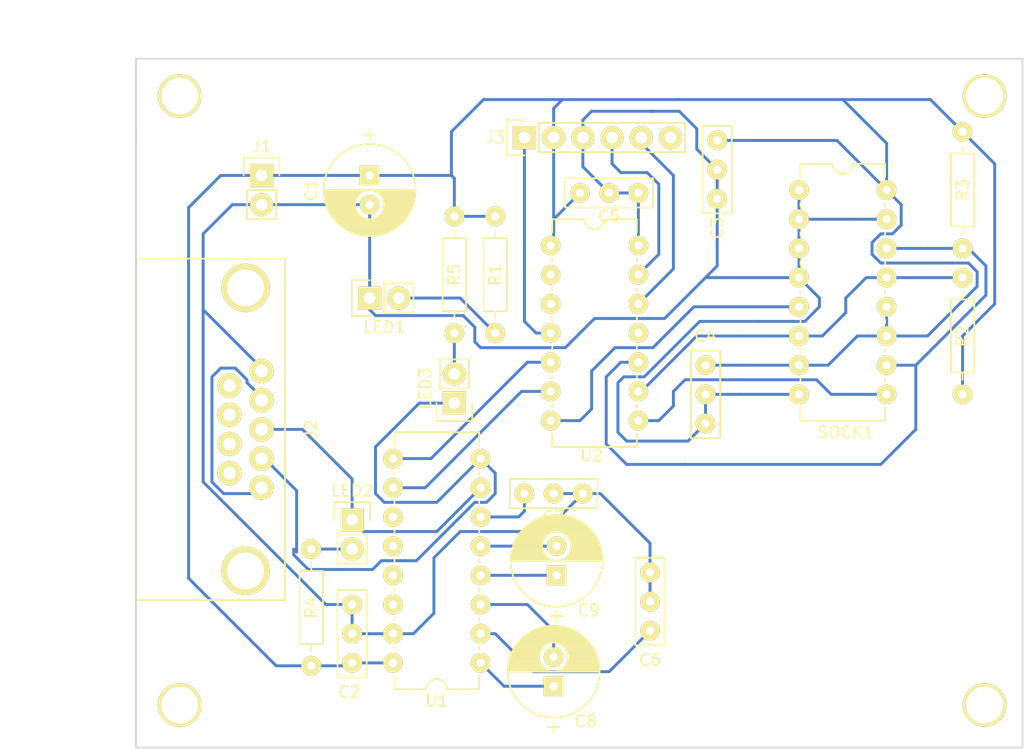
<source format=kicad_pcb>
(kicad_pcb (version 4) (host pcbnew 4.0.1-stable)

  (general
    (links 68)
    (no_connects 0)
    (area 92.126999 79.680999 169.366001 139.775001)
    (thickness 1.6)
    (drawings 8)
    (tracks 245)
    (zones 0)
    (modules 27)
    (nets 36)
  )

  (page A4)
  (layers
    (0 F.Cu signal)
    (31 B.Cu signal)
    (32 B.Adhes user)
    (33 F.Adhes user)
    (34 B.Paste user)
    (35 F.Paste user)
    (36 B.SilkS user)
    (37 F.SilkS user)
    (38 B.Mask user)
    (39 F.Mask user)
    (40 Dwgs.User user)
    (41 Cmts.User user)
    (42 Eco1.User user)
    (43 Eco2.User user)
    (44 Edge.Cuts user)
    (45 Margin user)
    (46 B.CrtYd user)
    (47 F.CrtYd user)
    (48 B.Fab user)
    (49 F.Fab user)
  )

  (setup
    (last_trace_width 0.254)
    (trace_clearance 0.2)
    (zone_clearance 0.508)
    (zone_45_only no)
    (trace_min 0.2)
    (segment_width 0.2)
    (edge_width 0.15)
    (via_size 0.6)
    (via_drill 0.4)
    (via_min_size 0.4)
    (via_min_drill 0.3)
    (uvia_size 0.3)
    (uvia_drill 0.1)
    (uvias_allowed no)
    (uvia_min_size 0.2)
    (uvia_min_drill 0.1)
    (pcb_text_width 0.3)
    (pcb_text_size 1.5 1.5)
    (mod_edge_width 0.15)
    (mod_text_size 1 1)
    (mod_text_width 0.15)
    (pad_size 1.716 1.716)
    (pad_drill 0.7)
    (pad_to_mask_clearance 0.2)
    (aux_axis_origin 0 0)
    (visible_elements 7FFEFFFF)
    (pcbplotparams
      (layerselection 0x01020_80000000)
      (usegerberextensions false)
      (excludeedgelayer false)
      (linewidth 0.100000)
      (plotframeref false)
      (viasonmask false)
      (mode 1)
      (useauxorigin false)
      (hpglpennumber 1)
      (hpglpenspeed 20)
      (hpglpendiameter 15)
      (hpglpenoverlay 2)
      (psnegative false)
      (psa4output false)
      (plotreference true)
      (plotvalue false)
      (plotinvisibletext false)
      (padsonsilk false)
      (subtractmaskfromsilk false)
      (outputformat 1)
      (mirror false)
      (drillshape 0)
      (scaleselection 1)
      (outputdirectory ""))
  )

  (net 0 "")
  (net 1 +5V)
  (net 2 GND)
  (net 3 "Net-(C8-Pad1)")
  (net 4 "Net-(C8-Pad2)")
  (net 5 "Net-(C9-Pad1)")
  (net 6 "Net-(C9-Pad2)")
  (net 7 "Net-(J2-Pad3)")
  (net 8 "Net-(J2-Pad2)")
  (net 9 "Net-(J2-Pad1)")
  (net 10 "Net-(J2-Pad9)")
  (net 11 "Net-(J2-Pad8)")
  (net 12 "Net-(J2-Pad7)")
  (net 13 "Net-(J2-Pad6)")
  (net 14 MCLR)
  (net 15 ICSPDAT)
  (net 16 ICSPCLK)
  (net 17 "Net-(J3-Pad6)")
  (net 18 "Net-(LED1-Pad2)")
  (net 19 "Net-(LED2-Pad2)")
  (net 20 "Net-(LED3-Pad2)")
  (net 21 M_SPI_In)
  (net 22 SCK)
  (net 23 CS)
  (net 24 M_SPI_Out)
  (net 25 "Net-(U1-Pad11)")
  (net 26 "Net-(U1-Pad12)")
  (net 27 "Net-(U1-Pad13)")
  (net 28 "Net-(U1-Pad14)")
  (net 29 "Net-(U2-Pad2)")
  (net 30 "Net-(U2-Pad3)")
  (net 31 "Net-(U2-Pad11)")
  (net 32 "Net-(C6-Pad1)")
  (net 33 "Net-(C7-Pad1)")
  (net 34 RX)
  (net 35 TX)

  (net_class Default "This is the default net class."
    (clearance 0.2)
    (trace_width 0.254)
    (via_dia 0.6)
    (via_drill 0.4)
    (uvia_dia 0.3)
    (uvia_drill 0.1)
    (add_net +5V)
    (add_net CS)
    (add_net GND)
    (add_net ICSPCLK)
    (add_net ICSPDAT)
    (add_net MCLR)
    (add_net M_SPI_In)
    (add_net M_SPI_Out)
    (add_net "Net-(C6-Pad1)")
    (add_net "Net-(C7-Pad1)")
    (add_net "Net-(C8-Pad1)")
    (add_net "Net-(C8-Pad2)")
    (add_net "Net-(C9-Pad1)")
    (add_net "Net-(C9-Pad2)")
    (add_net "Net-(J2-Pad1)")
    (add_net "Net-(J2-Pad2)")
    (add_net "Net-(J2-Pad3)")
    (add_net "Net-(J2-Pad6)")
    (add_net "Net-(J2-Pad7)")
    (add_net "Net-(J2-Pad8)")
    (add_net "Net-(J2-Pad9)")
    (add_net "Net-(J3-Pad6)")
    (add_net "Net-(LED1-Pad2)")
    (add_net "Net-(LED2-Pad2)")
    (add_net "Net-(LED3-Pad2)")
    (add_net "Net-(U1-Pad11)")
    (add_net "Net-(U1-Pad12)")
    (add_net "Net-(U1-Pad13)")
    (add_net "Net-(U1-Pad14)")
    (add_net "Net-(U2-Pad11)")
    (add_net "Net-(U2-Pad2)")
    (add_net "Net-(U2-Pad3)")
    (add_net RX)
    (add_net SCK)
    (add_net TX)
  )

  (module "Custom Footprint:IC_PDIP_14pin" (layer F.Cu) (tedit 580EAF42) (tstamp 580E92DF)
    (at 128.27 96.012)
    (descr "14-lead dip package, row spacing 7.62 mm (300 mils)")
    (tags "dil dip 2.54 300")
    (path /580C6D84)
    (fp_text reference U2 (at 3.556 18.288) (layer F.SilkS)
      (effects (font (size 1 1) (thickness 0.15)))
    )
    (fp_text value PIC16F1825 (at 3.429 -3.302) (layer F.Fab)
      (effects (font (size 1 1) (thickness 0.15)))
    )
    (fp_line (start 7.493 16.383) (end 7.493 17.526) (layer F.SilkS) (width 0.15))
    (fp_line (start 0.127 16.383) (end 0.127 17.526) (layer F.SilkS) (width 0.15))
    (fp_line (start 0.127 -1.143) (end 0.127 -2.286) (layer F.SilkS) (width 0.15))
    (fp_line (start 7.493 -1.143) (end 7.493 -2.286) (layer F.SilkS) (width 0.15))
    (fp_line (start 7.493 1.143) (end 7.493 1.397) (layer F.SilkS) (width 0.15))
    (fp_line (start 7.493 3.683) (end 7.493 3.937) (layer F.SilkS) (width 0.15))
    (fp_line (start 7.493 6.223) (end 7.493 6.477) (layer F.SilkS) (width 0.15))
    (fp_line (start 7.493 8.763) (end 7.493 9.017) (layer F.SilkS) (width 0.15))
    (fp_line (start 7.493 11.303) (end 7.493 11.557) (layer F.SilkS) (width 0.15))
    (fp_line (start 7.493 14.097) (end 7.493 13.843) (layer F.SilkS) (width 0.15))
    (fp_line (start 0.127 13.843) (end 0.127 14.097) (layer F.SilkS) (width 0.15))
    (fp_line (start 0.127 11.303) (end 0.127 11.557) (layer F.SilkS) (width 0.15))
    (fp_line (start 0.127 8.763) (end 0.127 9.017) (layer F.SilkS) (width 0.15))
    (fp_line (start 0.127 6.223) (end 0.127 6.477) (layer F.SilkS) (width 0.15))
    (fp_line (start 0.127 3.683) (end 0.127 3.937) (layer F.SilkS) (width 0.15))
    (fp_line (start 0.127 1.143) (end 0.127 1.397) (layer F.SilkS) (width 0.15))
    (fp_line (start 4.699 -2.286) (end 7.493 -2.286) (layer F.SilkS) (width 0.15))
    (fp_line (start 0.127 -2.286) (end 2.921 -2.286) (layer F.SilkS) (width 0.15))
    (fp_arc (start 3.81 -2.286) (end 4.699 -2.286) (angle 180) (layer F.SilkS) (width 0.15))
    (fp_line (start 0.135 17.535) (end 7.485 17.535) (layer F.SilkS) (width 0.15))
    (pad 1 thru_hole circle (at 0 0) (size 1.716 1.716) (drill 0.7) (layers *.Cu *.Mask F.SilkS)
      (net 1 +5V))
    (pad 2 thru_hole circle (at 0 2.54) (size 1.716 1.716) (drill 0.7) (layers *.Cu *.Mask F.SilkS)
      (net 29 "Net-(U2-Pad2)"))
    (pad 3 thru_hole circle (at 0 5.08) (size 1.716 1.716) (drill 0.7) (layers *.Cu *.Mask F.SilkS)
      (net 30 "Net-(U2-Pad3)"))
    (pad 4 thru_hole circle (at 0 7.62) (size 1.716 1.716) (drill 0.7) (layers *.Cu *.Mask F.SilkS)
      (net 14 MCLR))
    (pad 5 thru_hole circle (at 0 10.16) (size 1.716 1.716) (drill 0.7) (layers *.Cu *.Mask F.SilkS)
      (net 34 RX))
    (pad 6 thru_hole circle (at 0 12.7) (size 1.716 1.716) (drill 0.7) (layers *.Cu *.Mask F.SilkS)
      (net 35 TX))
    (pad 7 thru_hole circle (at 0 15.24) (size 1.716 1.716) (drill 0.7) (layers *.Cu *.Mask F.SilkS)
      (net 23 CS))
    (pad 8 thru_hole circle (at 7.62 15.24) (size 1.716 1.716) (drill 0.7) (layers *.Cu *.Mask F.SilkS)
      (net 24 M_SPI_Out))
    (pad 9 thru_hole circle (at 7.62 12.7) (size 1.716 1.716) (drill 0.7) (layers *.Cu *.Mask F.SilkS)
      (net 21 M_SPI_In))
    (pad 10 thru_hole circle (at 7.62 10.16) (size 1.716 1.716) (drill 0.7) (layers *.Cu *.Mask F.SilkS)
      (net 22 SCK))
    (pad 11 thru_hole circle (at 7.62 7.62) (size 1.716 1.716) (drill 0.7) (layers *.Cu *.Mask F.SilkS)
      (net 31 "Net-(U2-Pad11)"))
    (pad 12 thru_hole circle (at 7.62 5.08) (size 1.716 1.716) (drill 0.7) (layers *.Cu *.Mask F.SilkS)
      (net 16 ICSPCLK))
    (pad 13 thru_hole circle (at 7.62 2.54) (size 1.716 1.716) (drill 0.7) (layers *.Cu *.Mask F.SilkS)
      (net 15 ICSPDAT))
    (pad 14 thru_hole circle (at 7.62 0) (size 1.716 1.716) (drill 0.7) (layers *.Cu *.Mask F.SilkS)
      (net 2 GND))
    (model Housings_DIP.3dshapes/DIP-14_W7.62mm.wrl
      (at (xyz 0 0 0))
      (scale (xyz 1 1 1))
      (rotate (xyz 0 0 0))
    )
  )

  (module "Custom Footprint:Cap_Pol_Radial_D8_P2" (layer F.Cu) (tedit 580EAF2F) (tstamp 580E913D)
    (at 128.524 134.366 90)
    (descr "Radial Electrolytic Capacitor Diameter 8mm x Length 13mm, Pitch 3.8mm")
    (tags "Electrolytic Capacitor")
    (path /580C7550)
    (fp_text reference C8 (at -3.048 2.794 180) (layer F.SilkS)
      (effects (font (size 1 1) (thickness 0.15)))
    )
    (fp_text value 1uF (at 1.27 -4.826 90) (layer F.Fab)
      (effects (font (size 1 1) (thickness 0.15)))
    )
    (fp_line (start 1.27 -0.5715) (end 1.397 -0.6985) (layer F.SilkS) (width 0.15))
    (fp_line (start 1.397 -0.6985) (end 1.397 -3.8735) (layer F.SilkS) (width 0.15))
    (fp_line (start 1.397 3.937) (end 1.397 0.635) (layer F.SilkS) (width 0.15))
    (fp_line (start 1.524 3.937) (end 1.524 0.8255) (layer F.SilkS) (width 0.15))
    (fp_line (start 1.524 0.8255) (end 1.651 0.9525) (layer F.SilkS) (width 0.15))
    (fp_line (start 1.651 0.9525) (end 1.651 3.937) (layer F.SilkS) (width 0.15))
    (fp_line (start 1.651 3.937) (end 1.778 3.937) (layer F.SilkS) (width 0.15))
    (fp_line (start 1.778 3.937) (end 1.778 1.0795) (layer F.SilkS) (width 0.15))
    (fp_line (start 1.778 1.0795) (end 1.905 1.143) (layer F.SilkS) (width 0.15))
    (fp_line (start 1.905 1.143) (end 1.905 3.937) (layer F.SilkS) (width 0.15))
    (fp_line (start 1.905 3.937) (end 2.032 3.8735) (layer F.SilkS) (width 0.15))
    (fp_line (start 2.032 3.8735) (end 2.032 1.2065) (layer F.SilkS) (width 0.15))
    (fp_line (start 2.032 1.2065) (end 2.159 1.27) (layer F.SilkS) (width 0.15))
    (fp_line (start 2.159 1.27) (end 2.159 3.81) (layer F.SilkS) (width 0.15))
    (fp_line (start 2.159 3.81) (end 2.286 3.81) (layer F.SilkS) (width 0.15))
    (fp_line (start 2.286 3.81) (end 2.286 1.27) (layer F.SilkS) (width 0.15))
    (fp_line (start 2.286 1.27) (end 2.413 1.27) (layer F.SilkS) (width 0.15))
    (fp_line (start 2.413 1.27) (end 2.413 3.81) (layer F.SilkS) (width 0.15))
    (fp_line (start 2.413 3.81) (end 2.54 3.7465) (layer F.SilkS) (width 0.15))
    (fp_line (start 2.54 3.7465) (end 2.54 1.3335) (layer F.SilkS) (width 0.15))
    (fp_line (start 2.54 1.3335) (end 2.667 1.3335) (layer F.SilkS) (width 0.15))
    (fp_line (start 2.667 1.3335) (end 2.667 3.683) (layer F.SilkS) (width 0.15))
    (fp_line (start 2.667 3.683) (end 2.794 3.6195) (layer F.SilkS) (width 0.15))
    (fp_line (start 2.794 3.6195) (end 2.794 1.27) (layer F.SilkS) (width 0.15))
    (fp_line (start 2.794 1.27) (end 2.921 1.2065) (layer F.SilkS) (width 0.15))
    (fp_line (start 2.921 1.2065) (end 2.921 3.6195) (layer F.SilkS) (width 0.15))
    (fp_line (start 2.921 3.6195) (end 3.048 3.4925) (layer F.SilkS) (width 0.15))
    (fp_line (start 3.048 3.4925) (end 3.048 1.2065) (layer F.SilkS) (width 0.15))
    (fp_line (start 3.048 1.2065) (end 3.175 1.143) (layer F.SilkS) (width 0.15))
    (fp_line (start 3.175 1.143) (end 3.175 3.4925) (layer F.SilkS) (width 0.15))
    (fp_line (start 3.175 3.4925) (end 3.302 3.3655) (layer F.SilkS) (width 0.15))
    (fp_line (start 3.302 3.3655) (end 3.302 1.016) (layer F.SilkS) (width 0.15))
    (fp_line (start 3.302 1.016) (end 3.429 0.9525) (layer F.SilkS) (width 0.15))
    (fp_line (start 3.429 0.9525) (end 3.429 3.3655) (layer F.SilkS) (width 0.15))
    (fp_line (start 3.429 3.3655) (end 3.556 3.175) (layer F.SilkS) (width 0.15))
    (fp_line (start 3.556 3.175) (end 3.556 0.8255) (layer F.SilkS) (width 0.15))
    (fp_line (start 3.556 0.8255) (end 3.683 0.635) (layer F.SilkS) (width 0.15))
    (fp_line (start 3.683 0.635) (end 3.683 3.1115) (layer F.SilkS) (width 0.15))
    (fp_line (start 1.524 -3.937) (end 1.524 -0.8255) (layer F.SilkS) (width 0.15))
    (fp_line (start 1.524 -0.8255) (end 1.651 -0.9525) (layer F.SilkS) (width 0.15))
    (fp_line (start 1.651 -0.9525) (end 1.651 -3.937) (layer F.SilkS) (width 0.15))
    (fp_line (start 1.651 -3.937) (end 1.778 -3.8735) (layer F.SilkS) (width 0.15))
    (fp_line (start 1.778 -3.8735) (end 1.778 -1.0795) (layer F.SilkS) (width 0.15))
    (fp_line (start 1.778 -1.0795) (end 1.905 -1.2065) (layer F.SilkS) (width 0.15))
    (fp_line (start 1.905 -1.2065) (end 1.905 -3.937) (layer F.SilkS) (width 0.15))
    (fp_line (start 1.905 -3.937) (end 2.032 -3.8735) (layer F.SilkS) (width 0.15))
    (fp_line (start 2.032 -3.8735) (end 2.032 -1.2065) (layer F.SilkS) (width 0.15))
    (fp_line (start 2.032 -1.2065) (end 2.159 -1.27) (layer F.SilkS) (width 0.15))
    (fp_line (start 2.159 -1.27) (end 2.159 -3.81) (layer F.SilkS) (width 0.15))
    (fp_line (start 2.159 -3.81) (end 2.286 -3.81) (layer F.SilkS) (width 0.15))
    (fp_line (start 2.286 -3.81) (end 2.286 -1.27) (layer F.SilkS) (width 0.15))
    (fp_line (start 2.286 -1.27) (end 2.413 -1.27) (layer F.SilkS) (width 0.15))
    (fp_line (start 2.413 -1.27) (end 2.413 -3.81) (layer F.SilkS) (width 0.15))
    (fp_line (start 2.413 -3.81) (end 2.54 -3.7465) (layer F.SilkS) (width 0.15))
    (fp_line (start 2.54 -3.7465) (end 2.54 -1.27) (layer F.SilkS) (width 0.15))
    (fp_line (start 2.54 -1.27) (end 2.667 -1.27) (layer F.SilkS) (width 0.15))
    (fp_line (start 2.667 -1.27) (end 2.667 -3.7465) (layer F.SilkS) (width 0.15))
    (fp_line (start 2.667 -3.7465) (end 2.794 -3.683) (layer F.SilkS) (width 0.15))
    (fp_line (start 2.794 -3.683) (end 2.794 -1.27) (layer F.SilkS) (width 0.15))
    (fp_line (start 2.794 -1.27) (end 2.921 -1.27) (layer F.SilkS) (width 0.15))
    (fp_line (start 2.921 -1.27) (end 2.921 -3.6195) (layer F.SilkS) (width 0.15))
    (fp_line (start 2.921 -3.6195) (end 3.048 -3.556) (layer F.SilkS) (width 0.15))
    (fp_line (start 3.048 -3.556) (end 3.048 -1.2065) (layer F.SilkS) (width 0.15))
    (fp_line (start 3.048 -1.2065) (end 3.175 -1.143) (layer F.SilkS) (width 0.15))
    (fp_line (start 3.175 -1.143) (end 3.175 -3.4925) (layer F.SilkS) (width 0.15))
    (fp_line (start 3.175 -3.4925) (end 3.302 -3.429) (layer F.SilkS) (width 0.15))
    (fp_line (start 3.302 -3.429) (end 3.302 -1.016) (layer F.SilkS) (width 0.15))
    (fp_line (start 3.302 -1.016) (end 3.429 -0.9525) (layer F.SilkS) (width 0.15))
    (fp_line (start 3.429 -0.9525) (end 3.429 -3.302) (layer F.SilkS) (width 0.15))
    (fp_line (start 3.429 -3.302) (end 3.556 -3.2385) (layer F.SilkS) (width 0.15))
    (fp_line (start 3.556 -3.2385) (end 3.556 -0.8255) (layer F.SilkS) (width 0.15))
    (fp_line (start 3.556 -0.8255) (end 3.683 -0.635) (layer F.SilkS) (width 0.15))
    (fp_line (start 3.683 -0.635) (end 3.683 -3.1115) (layer F.SilkS) (width 0.15))
    (fp_line (start -3.556 -0.508) (end -3.556 0.508) (layer F.SilkS) (width 0.15))
    (fp_line (start -3.556 0.508) (end -3.556 0) (layer F.SilkS) (width 0.15))
    (fp_line (start -3.556 0) (end -4.064 0) (layer F.SilkS) (width 0.15))
    (fp_line (start -4.064 0) (end -3.048 0) (layer F.SilkS) (width 0.15))
    (fp_line (start 3.81 -2.9845) (end 4.191 -2.6035) (layer F.SilkS) (width 0.15))
    (fp_line (start 4.7625 -1.905) (end 4.6355 -1.9685) (layer F.SilkS) (width 0.15))
    (fp_line (start 4.6355 -1.9685) (end 4.445 -2.032) (layer F.SilkS) (width 0.15))
    (fp_line (start 5.0165 1.2065) (end 5.0165 1.016) (layer F.SilkS) (width 0.15))
    (fp_line (start 3.937 2.8575) (end 4.064 2.7305) (layer F.SilkS) (width 0.15))
    (fp_line (start 4.445 2.2225) (end 4.5085 2.159) (layer F.SilkS) (width 0.15))
    (fp_circle (center 2.54 0) (end 3.81 0) (layer F.SilkS) (width 0.15))
    (fp_line (start 1.27 -4.0005) (end 1.27 3.937) (layer F.SilkS) (width 0.15))
    (fp_line (start 1.27 3.937) (end 1.397 3.937) (layer F.SilkS) (width 0.15))
    (fp_line (start 3.683 -3.175) (end 3.81 -3.048) (layer F.SilkS) (width 0.15))
    (fp_line (start 3.81 -3.048) (end 3.81 3.048) (layer F.SilkS) (width 0.15))
    (fp_line (start 3.81 3.048) (end 3.937 2.8575) (layer F.SilkS) (width 0.15))
    (fp_line (start 3.937 2.8575) (end 3.937 -2.8575) (layer F.SilkS) (width 0.15))
    (fp_line (start 3.937 -2.8575) (end 4.064 -2.794) (layer F.SilkS) (width 0.15))
    (fp_line (start 4.064 -2.794) (end 4.064 2.7305) (layer F.SilkS) (width 0.15))
    (fp_line (start 4.064 2.7305) (end 4.191 2.6035) (layer F.SilkS) (width 0.15))
    (fp_line (start 4.191 2.6035) (end 4.191 -2.6035) (layer F.SilkS) (width 0.15))
    (fp_line (start 4.191 -2.6035) (end 4.318 -2.4765) (layer F.SilkS) (width 0.15))
    (fp_line (start 4.318 -2.4765) (end 4.318 2.4765) (layer F.SilkS) (width 0.15))
    (fp_line (start 4.318 2.4765) (end 4.445 2.3495) (layer F.SilkS) (width 0.15))
    (fp_line (start 4.445 2.3495) (end 4.445 -2.413) (layer F.SilkS) (width 0.15))
    (fp_line (start 4.445 -2.413) (end 4.572 -2.159) (layer F.SilkS) (width 0.15))
    (fp_line (start 4.572 -2.159) (end 4.572 2.0955) (layer F.SilkS) (width 0.15))
    (fp_line (start 4.572 2.0955) (end 4.699 1.905) (layer F.SilkS) (width 0.15))
    (fp_line (start 4.699 1.905) (end 4.699 -1.905) (layer F.SilkS) (width 0.15))
    (fp_line (start 4.699 -1.905) (end 4.826 -1.651) (layer F.SilkS) (width 0.15))
    (fp_line (start 4.826 -1.651) (end 4.826 1.7145) (layer F.SilkS) (width 0.15))
    (fp_line (start 4.826 1.7145) (end 4.953 1.3335) (layer F.SilkS) (width 0.15))
    (fp_line (start 4.953 1.3335) (end 4.953 -1.4605) (layer F.SilkS) (width 0.15))
    (fp_line (start 4.953 -1.4605) (end 5.08 -1.0795) (layer F.SilkS) (width 0.15))
    (fp_line (start 5.08 -1.0795) (end 5.08 1.016) (layer F.SilkS) (width 0.15))
    (fp_line (start 5.08 1.016) (end 5.1435 0.6985) (layer F.SilkS) (width 0.15))
    (fp_line (start 5.1435 0.6985) (end 5.1435 -0.5715) (layer F.SilkS) (width 0.15))
    (fp_circle (center 1.27 0) (end 5.27 0) (layer F.SilkS) (width 0.15))
    (pad 1 thru_hole rect (at 0 0 90) (size 1.716 1.716) (drill 0.7) (layers *.Cu *.Mask F.SilkS)
      (net 3 "Net-(C8-Pad1)"))
    (pad 2 thru_hole circle (at 2.54 0 90) (size 1.716 1.716) (drill 0.7) (layers *.Cu *.Mask F.SilkS)
      (net 4 "Net-(C8-Pad2)"))
    (model Capacitors_ThroughHole.3dshapes/C_Radial_D8_L13_P3.8.wrl
      (at (xyz 0.0748031 0 0))
      (scale (xyz 1 1 1))
      (rotate (xyz 0 0 90))
    )
  )

  (module "Custom Footprint:Cap_Pol_Radial_D8_P2" (layer F.Cu) (tedit 580EAF33) (tstamp 580E91B2)
    (at 128.778 124.714 90)
    (descr "Radial Electrolytic Capacitor Diameter 8mm x Length 13mm, Pitch 3.8mm")
    (tags "Electrolytic Capacitor")
    (path /580C7F21)
    (fp_text reference C9 (at -3.048 2.794 180) (layer F.SilkS)
      (effects (font (size 1 1) (thickness 0.15)))
    )
    (fp_text value 1uF (at 1.27 -4.826 90) (layer F.Fab)
      (effects (font (size 1 1) (thickness 0.15)))
    )
    (fp_line (start 1.27 -0.5715) (end 1.397 -0.6985) (layer F.SilkS) (width 0.15))
    (fp_line (start 1.397 -0.6985) (end 1.397 -3.8735) (layer F.SilkS) (width 0.15))
    (fp_line (start 1.397 3.937) (end 1.397 0.635) (layer F.SilkS) (width 0.15))
    (fp_line (start 1.524 3.937) (end 1.524 0.8255) (layer F.SilkS) (width 0.15))
    (fp_line (start 1.524 0.8255) (end 1.651 0.9525) (layer F.SilkS) (width 0.15))
    (fp_line (start 1.651 0.9525) (end 1.651 3.937) (layer F.SilkS) (width 0.15))
    (fp_line (start 1.651 3.937) (end 1.778 3.937) (layer F.SilkS) (width 0.15))
    (fp_line (start 1.778 3.937) (end 1.778 1.0795) (layer F.SilkS) (width 0.15))
    (fp_line (start 1.778 1.0795) (end 1.905 1.143) (layer F.SilkS) (width 0.15))
    (fp_line (start 1.905 1.143) (end 1.905 3.937) (layer F.SilkS) (width 0.15))
    (fp_line (start 1.905 3.937) (end 2.032 3.8735) (layer F.SilkS) (width 0.15))
    (fp_line (start 2.032 3.8735) (end 2.032 1.2065) (layer F.SilkS) (width 0.15))
    (fp_line (start 2.032 1.2065) (end 2.159 1.27) (layer F.SilkS) (width 0.15))
    (fp_line (start 2.159 1.27) (end 2.159 3.81) (layer F.SilkS) (width 0.15))
    (fp_line (start 2.159 3.81) (end 2.286 3.81) (layer F.SilkS) (width 0.15))
    (fp_line (start 2.286 3.81) (end 2.286 1.27) (layer F.SilkS) (width 0.15))
    (fp_line (start 2.286 1.27) (end 2.413 1.27) (layer F.SilkS) (width 0.15))
    (fp_line (start 2.413 1.27) (end 2.413 3.81) (layer F.SilkS) (width 0.15))
    (fp_line (start 2.413 3.81) (end 2.54 3.7465) (layer F.SilkS) (width 0.15))
    (fp_line (start 2.54 3.7465) (end 2.54 1.3335) (layer F.SilkS) (width 0.15))
    (fp_line (start 2.54 1.3335) (end 2.667 1.3335) (layer F.SilkS) (width 0.15))
    (fp_line (start 2.667 1.3335) (end 2.667 3.683) (layer F.SilkS) (width 0.15))
    (fp_line (start 2.667 3.683) (end 2.794 3.6195) (layer F.SilkS) (width 0.15))
    (fp_line (start 2.794 3.6195) (end 2.794 1.27) (layer F.SilkS) (width 0.15))
    (fp_line (start 2.794 1.27) (end 2.921 1.2065) (layer F.SilkS) (width 0.15))
    (fp_line (start 2.921 1.2065) (end 2.921 3.6195) (layer F.SilkS) (width 0.15))
    (fp_line (start 2.921 3.6195) (end 3.048 3.4925) (layer F.SilkS) (width 0.15))
    (fp_line (start 3.048 3.4925) (end 3.048 1.2065) (layer F.SilkS) (width 0.15))
    (fp_line (start 3.048 1.2065) (end 3.175 1.143) (layer F.SilkS) (width 0.15))
    (fp_line (start 3.175 1.143) (end 3.175 3.4925) (layer F.SilkS) (width 0.15))
    (fp_line (start 3.175 3.4925) (end 3.302 3.3655) (layer F.SilkS) (width 0.15))
    (fp_line (start 3.302 3.3655) (end 3.302 1.016) (layer F.SilkS) (width 0.15))
    (fp_line (start 3.302 1.016) (end 3.429 0.9525) (layer F.SilkS) (width 0.15))
    (fp_line (start 3.429 0.9525) (end 3.429 3.3655) (layer F.SilkS) (width 0.15))
    (fp_line (start 3.429 3.3655) (end 3.556 3.175) (layer F.SilkS) (width 0.15))
    (fp_line (start 3.556 3.175) (end 3.556 0.8255) (layer F.SilkS) (width 0.15))
    (fp_line (start 3.556 0.8255) (end 3.683 0.635) (layer F.SilkS) (width 0.15))
    (fp_line (start 3.683 0.635) (end 3.683 3.1115) (layer F.SilkS) (width 0.15))
    (fp_line (start 1.524 -3.937) (end 1.524 -0.8255) (layer F.SilkS) (width 0.15))
    (fp_line (start 1.524 -0.8255) (end 1.651 -0.9525) (layer F.SilkS) (width 0.15))
    (fp_line (start 1.651 -0.9525) (end 1.651 -3.937) (layer F.SilkS) (width 0.15))
    (fp_line (start 1.651 -3.937) (end 1.778 -3.8735) (layer F.SilkS) (width 0.15))
    (fp_line (start 1.778 -3.8735) (end 1.778 -1.0795) (layer F.SilkS) (width 0.15))
    (fp_line (start 1.778 -1.0795) (end 1.905 -1.2065) (layer F.SilkS) (width 0.15))
    (fp_line (start 1.905 -1.2065) (end 1.905 -3.937) (layer F.SilkS) (width 0.15))
    (fp_line (start 1.905 -3.937) (end 2.032 -3.8735) (layer F.SilkS) (width 0.15))
    (fp_line (start 2.032 -3.8735) (end 2.032 -1.2065) (layer F.SilkS) (width 0.15))
    (fp_line (start 2.032 -1.2065) (end 2.159 -1.27) (layer F.SilkS) (width 0.15))
    (fp_line (start 2.159 -1.27) (end 2.159 -3.81) (layer F.SilkS) (width 0.15))
    (fp_line (start 2.159 -3.81) (end 2.286 -3.81) (layer F.SilkS) (width 0.15))
    (fp_line (start 2.286 -3.81) (end 2.286 -1.27) (layer F.SilkS) (width 0.15))
    (fp_line (start 2.286 -1.27) (end 2.413 -1.27) (layer F.SilkS) (width 0.15))
    (fp_line (start 2.413 -1.27) (end 2.413 -3.81) (layer F.SilkS) (width 0.15))
    (fp_line (start 2.413 -3.81) (end 2.54 -3.7465) (layer F.SilkS) (width 0.15))
    (fp_line (start 2.54 -3.7465) (end 2.54 -1.27) (layer F.SilkS) (width 0.15))
    (fp_line (start 2.54 -1.27) (end 2.667 -1.27) (layer F.SilkS) (width 0.15))
    (fp_line (start 2.667 -1.27) (end 2.667 -3.7465) (layer F.SilkS) (width 0.15))
    (fp_line (start 2.667 -3.7465) (end 2.794 -3.683) (layer F.SilkS) (width 0.15))
    (fp_line (start 2.794 -3.683) (end 2.794 -1.27) (layer F.SilkS) (width 0.15))
    (fp_line (start 2.794 -1.27) (end 2.921 -1.27) (layer F.SilkS) (width 0.15))
    (fp_line (start 2.921 -1.27) (end 2.921 -3.6195) (layer F.SilkS) (width 0.15))
    (fp_line (start 2.921 -3.6195) (end 3.048 -3.556) (layer F.SilkS) (width 0.15))
    (fp_line (start 3.048 -3.556) (end 3.048 -1.2065) (layer F.SilkS) (width 0.15))
    (fp_line (start 3.048 -1.2065) (end 3.175 -1.143) (layer F.SilkS) (width 0.15))
    (fp_line (start 3.175 -1.143) (end 3.175 -3.4925) (layer F.SilkS) (width 0.15))
    (fp_line (start 3.175 -3.4925) (end 3.302 -3.429) (layer F.SilkS) (width 0.15))
    (fp_line (start 3.302 -3.429) (end 3.302 -1.016) (layer F.SilkS) (width 0.15))
    (fp_line (start 3.302 -1.016) (end 3.429 -0.9525) (layer F.SilkS) (width 0.15))
    (fp_line (start 3.429 -0.9525) (end 3.429 -3.302) (layer F.SilkS) (width 0.15))
    (fp_line (start 3.429 -3.302) (end 3.556 -3.2385) (layer F.SilkS) (width 0.15))
    (fp_line (start 3.556 -3.2385) (end 3.556 -0.8255) (layer F.SilkS) (width 0.15))
    (fp_line (start 3.556 -0.8255) (end 3.683 -0.635) (layer F.SilkS) (width 0.15))
    (fp_line (start 3.683 -0.635) (end 3.683 -3.1115) (layer F.SilkS) (width 0.15))
    (fp_line (start -3.556 -0.508) (end -3.556 0.508) (layer F.SilkS) (width 0.15))
    (fp_line (start -3.556 0.508) (end -3.556 0) (layer F.SilkS) (width 0.15))
    (fp_line (start -3.556 0) (end -4.064 0) (layer F.SilkS) (width 0.15))
    (fp_line (start -4.064 0) (end -3.048 0) (layer F.SilkS) (width 0.15))
    (fp_line (start 3.81 -2.9845) (end 4.191 -2.6035) (layer F.SilkS) (width 0.15))
    (fp_line (start 4.7625 -1.905) (end 4.6355 -1.9685) (layer F.SilkS) (width 0.15))
    (fp_line (start 4.6355 -1.9685) (end 4.445 -2.032) (layer F.SilkS) (width 0.15))
    (fp_line (start 5.0165 1.2065) (end 5.0165 1.016) (layer F.SilkS) (width 0.15))
    (fp_line (start 3.937 2.8575) (end 4.064 2.7305) (layer F.SilkS) (width 0.15))
    (fp_line (start 4.445 2.2225) (end 4.5085 2.159) (layer F.SilkS) (width 0.15))
    (fp_circle (center 2.54 0) (end 3.81 0) (layer F.SilkS) (width 0.15))
    (fp_line (start 1.27 -4.0005) (end 1.27 3.937) (layer F.SilkS) (width 0.15))
    (fp_line (start 1.27 3.937) (end 1.397 3.937) (layer F.SilkS) (width 0.15))
    (fp_line (start 3.683 -3.175) (end 3.81 -3.048) (layer F.SilkS) (width 0.15))
    (fp_line (start 3.81 -3.048) (end 3.81 3.048) (layer F.SilkS) (width 0.15))
    (fp_line (start 3.81 3.048) (end 3.937 2.8575) (layer F.SilkS) (width 0.15))
    (fp_line (start 3.937 2.8575) (end 3.937 -2.8575) (layer F.SilkS) (width 0.15))
    (fp_line (start 3.937 -2.8575) (end 4.064 -2.794) (layer F.SilkS) (width 0.15))
    (fp_line (start 4.064 -2.794) (end 4.064 2.7305) (layer F.SilkS) (width 0.15))
    (fp_line (start 4.064 2.7305) (end 4.191 2.6035) (layer F.SilkS) (width 0.15))
    (fp_line (start 4.191 2.6035) (end 4.191 -2.6035) (layer F.SilkS) (width 0.15))
    (fp_line (start 4.191 -2.6035) (end 4.318 -2.4765) (layer F.SilkS) (width 0.15))
    (fp_line (start 4.318 -2.4765) (end 4.318 2.4765) (layer F.SilkS) (width 0.15))
    (fp_line (start 4.318 2.4765) (end 4.445 2.3495) (layer F.SilkS) (width 0.15))
    (fp_line (start 4.445 2.3495) (end 4.445 -2.413) (layer F.SilkS) (width 0.15))
    (fp_line (start 4.445 -2.413) (end 4.572 -2.159) (layer F.SilkS) (width 0.15))
    (fp_line (start 4.572 -2.159) (end 4.572 2.0955) (layer F.SilkS) (width 0.15))
    (fp_line (start 4.572 2.0955) (end 4.699 1.905) (layer F.SilkS) (width 0.15))
    (fp_line (start 4.699 1.905) (end 4.699 -1.905) (layer F.SilkS) (width 0.15))
    (fp_line (start 4.699 -1.905) (end 4.826 -1.651) (layer F.SilkS) (width 0.15))
    (fp_line (start 4.826 -1.651) (end 4.826 1.7145) (layer F.SilkS) (width 0.15))
    (fp_line (start 4.826 1.7145) (end 4.953 1.3335) (layer F.SilkS) (width 0.15))
    (fp_line (start 4.953 1.3335) (end 4.953 -1.4605) (layer F.SilkS) (width 0.15))
    (fp_line (start 4.953 -1.4605) (end 5.08 -1.0795) (layer F.SilkS) (width 0.15))
    (fp_line (start 5.08 -1.0795) (end 5.08 1.016) (layer F.SilkS) (width 0.15))
    (fp_line (start 5.08 1.016) (end 5.1435 0.6985) (layer F.SilkS) (width 0.15))
    (fp_line (start 5.1435 0.6985) (end 5.1435 -0.5715) (layer F.SilkS) (width 0.15))
    (fp_circle (center 1.27 0) (end 5.27 0) (layer F.SilkS) (width 0.15))
    (pad 1 thru_hole rect (at 0 0 90) (size 1.716 1.716) (drill 0.7) (layers *.Cu *.Mask F.SilkS)
      (net 5 "Net-(C9-Pad1)"))
    (pad 2 thru_hole circle (at 2.54 0 90) (size 1.716 1.716) (drill 0.7) (layers *.Cu *.Mask F.SilkS)
      (net 6 "Net-(C9-Pad2)"))
    (model Capacitors_ThroughHole.3dshapes/C_Radial_D8_L13_P3.8.wrl
      (at (xyz 0.0748031 0 0))
      (scale (xyz 1 1 1))
      (rotate (xyz 0 0 90))
    )
  )

  (module "Custom Footprint:Pin_Header_Straight_1x02" (layer F.Cu) (tedit 580EAEFE) (tstamp 580E91C3)
    (at 103.124 89.916)
    (descr "Through hole pin header")
    (tags "pin header")
    (path /580E6376)
    (fp_text reference J1 (at 0 -2.54) (layer F.SilkS)
      (effects (font (size 1 1) (thickness 0.15)))
    )
    (fp_text value Power (at 0 -3.1) (layer F.Fab)
      (effects (font (size 1 1) (thickness 0.15)))
    )
    (fp_line (start 1.27 1.27) (end 1.27 3.81) (layer F.SilkS) (width 0.15))
    (fp_line (start 1.55 -1.55) (end 1.55 0) (layer F.SilkS) (width 0.15))
    (fp_line (start -1.75 -1.75) (end -1.75 4.3) (layer F.CrtYd) (width 0.05))
    (fp_line (start 1.75 -1.75) (end 1.75 4.3) (layer F.CrtYd) (width 0.05))
    (fp_line (start -1.75 -1.75) (end 1.75 -1.75) (layer F.CrtYd) (width 0.05))
    (fp_line (start -1.75 4.3) (end 1.75 4.3) (layer F.CrtYd) (width 0.05))
    (fp_line (start 1.27 1.27) (end -1.27 1.27) (layer F.SilkS) (width 0.15))
    (fp_line (start -1.55 0) (end -1.55 -1.55) (layer F.SilkS) (width 0.15))
    (fp_line (start -1.55 -1.55) (end 1.55 -1.55) (layer F.SilkS) (width 0.15))
    (fp_line (start -1.27 1.27) (end -1.27 3.81) (layer F.SilkS) (width 0.15))
    (fp_line (start -1.27 3.81) (end 1.27 3.81) (layer F.SilkS) (width 0.15))
    (pad 1 thru_hole rect (at 0 0) (size 2.016 2.016) (drill 1) (layers *.Cu *.Mask F.SilkS)
      (net 1 +5V))
    (pad 2 thru_hole circle (at 0 2.54) (size 2.016 2.016) (drill 1) (layers *.Cu *.Mask F.SilkS)
      (net 2 GND))
    (model Pin_Headers.3dshapes/Pin_Header_Straight_1x02.wrl
      (at (xyz 0 -0.05 0))
      (scale (xyz 1 1 1))
      (rotate (xyz 0 0 90))
    )
  )

  (module "Custom Footprint:Pin_Header_Straight_1x06" (layer F.Cu) (tedit 580EAF55) (tstamp 580E91F1)
    (at 125.984 86.614 90)
    (descr "Through hole pin header")
    (tags "pin header")
    (path /580CA81D)
    (fp_text reference J3 (at 0 -2.54 180) (layer F.SilkS)
      (effects (font (size 1 1) (thickness 0.15)))
    )
    (fp_text value PICKIT (at 0 -3.1 90) (layer F.Fab)
      (effects (font (size 1 1) (thickness 0.15)))
    )
    (fp_line (start -1.75 -1.75) (end -1.75 14.45) (layer F.CrtYd) (width 0.05))
    (fp_line (start 1.75 -1.75) (end 1.75 14.45) (layer F.CrtYd) (width 0.05))
    (fp_line (start -1.75 -1.75) (end 1.75 -1.75) (layer F.CrtYd) (width 0.05))
    (fp_line (start -1.75 14.45) (end 1.75 14.45) (layer F.CrtYd) (width 0.05))
    (fp_line (start 1.27 1.27) (end 1.27 13.97) (layer F.SilkS) (width 0.15))
    (fp_line (start 1.27 13.97) (end -1.27 13.97) (layer F.SilkS) (width 0.15))
    (fp_line (start -1.27 13.97) (end -1.27 1.27) (layer F.SilkS) (width 0.15))
    (fp_line (start 1.55 -1.55) (end 1.55 0) (layer F.SilkS) (width 0.15))
    (fp_line (start 1.27 1.27) (end -1.27 1.27) (layer F.SilkS) (width 0.15))
    (fp_line (start -1.55 0) (end -1.55 -1.55) (layer F.SilkS) (width 0.15))
    (fp_line (start -1.55 -1.55) (end 1.55 -1.55) (layer F.SilkS) (width 0.15))
    (pad 1 thru_hole rect (at 0 0 90) (size 2.016 2.016) (drill 1) (layers *.Cu *.Mask F.SilkS)
      (net 14 MCLR))
    (pad 2 thru_hole circle (at 0 2.54 90) (size 2.016 2.016) (drill 1) (layers *.Cu *.Mask F.SilkS)
      (net 1 +5V))
    (pad 3 thru_hole circle (at 0 5.08 90) (size 2.016 2.016) (drill 1) (layers *.Cu *.Mask F.SilkS)
      (net 2 GND))
    (pad 4 thru_hole circle (at 0 7.62 90) (size 2.016 2.016) (drill 1) (layers *.Cu *.Mask F.SilkS)
      (net 15 ICSPDAT))
    (pad 5 thru_hole circle (at 0 10.16 90) (size 2.016 2.016) (drill 1) (layers *.Cu *.Mask F.SilkS)
      (net 16 ICSPCLK))
    (pad 6 thru_hole circle (at 0 12.7 90) (size 2.016 2.016) (drill 1) (layers *.Cu *.Mask F.SilkS)
      (net 17 "Net-(J3-Pad6)"))
    (model Pin_Headers.3dshapes/Pin_Header_Straight_1x06.wrl
      (at (xyz 0 -0.25 0))
      (scale (xyz 1 1 1))
      (rotate (xyz 0 0 90))
    )
  )

  (module "Custom Footprint:Pin_Header_Straight_1x02" (layer F.Cu) (tedit 580EAF0A) (tstamp 580E9202)
    (at 112.522 100.584 90)
    (descr "Through hole pin header")
    (tags "pin header")
    (path /580E76F2)
    (fp_text reference LED1 (at -2.54 1.27 180) (layer F.SilkS)
      (effects (font (size 1 1) (thickness 0.15)))
    )
    (fp_text value PWR_red (at 0 -3.1 90) (layer F.Fab)
      (effects (font (size 1 1) (thickness 0.15)))
    )
    (fp_line (start 1.27 1.27) (end 1.27 3.81) (layer F.SilkS) (width 0.15))
    (fp_line (start 1.55 -1.55) (end 1.55 0) (layer F.SilkS) (width 0.15))
    (fp_line (start -1.75 -1.75) (end -1.75 4.3) (layer F.CrtYd) (width 0.05))
    (fp_line (start 1.75 -1.75) (end 1.75 4.3) (layer F.CrtYd) (width 0.05))
    (fp_line (start -1.75 -1.75) (end 1.75 -1.75) (layer F.CrtYd) (width 0.05))
    (fp_line (start -1.75 4.3) (end 1.75 4.3) (layer F.CrtYd) (width 0.05))
    (fp_line (start 1.27 1.27) (end -1.27 1.27) (layer F.SilkS) (width 0.15))
    (fp_line (start -1.55 0) (end -1.55 -1.55) (layer F.SilkS) (width 0.15))
    (fp_line (start -1.55 -1.55) (end 1.55 -1.55) (layer F.SilkS) (width 0.15))
    (fp_line (start -1.27 1.27) (end -1.27 3.81) (layer F.SilkS) (width 0.15))
    (fp_line (start -1.27 3.81) (end 1.27 3.81) (layer F.SilkS) (width 0.15))
    (pad 1 thru_hole rect (at 0 0 90) (size 2.016 2.016) (drill 1) (layers *.Cu *.Mask F.SilkS)
      (net 2 GND))
    (pad 2 thru_hole circle (at 0 2.54 90) (size 2.016 2.016) (drill 1) (layers *.Cu *.Mask F.SilkS)
      (net 18 "Net-(LED1-Pad2)"))
    (model Pin_Headers.3dshapes/Pin_Header_Straight_1x02.wrl
      (at (xyz 0 -0.05 0))
      (scale (xyz 1 1 1))
      (rotate (xyz 0 0 90))
    )
  )

  (module "Custom Footprint:Pin_Header_Straight_1x02" (layer F.Cu) (tedit 580EAF17) (tstamp 580E9213)
    (at 110.998 119.888)
    (descr "Through hole pin header")
    (tags "pin header")
    (path /580EB733)
    (fp_text reference LED2 (at 0 -2.54) (layer F.SilkS)
      (effects (font (size 1 1) (thickness 0.15)))
    )
    (fp_text value RX_Yellow (at 0 -3.1) (layer F.Fab)
      (effects (font (size 1 1) (thickness 0.15)))
    )
    (fp_line (start 1.27 1.27) (end 1.27 3.81) (layer F.SilkS) (width 0.15))
    (fp_line (start 1.55 -1.55) (end 1.55 0) (layer F.SilkS) (width 0.15))
    (fp_line (start -1.75 -1.75) (end -1.75 4.3) (layer F.CrtYd) (width 0.05))
    (fp_line (start 1.75 -1.75) (end 1.75 4.3) (layer F.CrtYd) (width 0.05))
    (fp_line (start -1.75 -1.75) (end 1.75 -1.75) (layer F.CrtYd) (width 0.05))
    (fp_line (start -1.75 4.3) (end 1.75 4.3) (layer F.CrtYd) (width 0.05))
    (fp_line (start 1.27 1.27) (end -1.27 1.27) (layer F.SilkS) (width 0.15))
    (fp_line (start -1.55 0) (end -1.55 -1.55) (layer F.SilkS) (width 0.15))
    (fp_line (start -1.55 -1.55) (end 1.55 -1.55) (layer F.SilkS) (width 0.15))
    (fp_line (start -1.27 1.27) (end -1.27 3.81) (layer F.SilkS) (width 0.15))
    (fp_line (start -1.27 3.81) (end 1.27 3.81) (layer F.SilkS) (width 0.15))
    (pad 1 thru_hole rect (at 0 0) (size 2.016 2.016) (drill 1) (layers *.Cu *.Mask F.SilkS)
      (net 7 "Net-(J2-Pad3)"))
    (pad 2 thru_hole circle (at 0 2.54) (size 2.016 2.016) (drill 1) (layers *.Cu *.Mask F.SilkS)
      (net 19 "Net-(LED2-Pad2)"))
    (model Pin_Headers.3dshapes/Pin_Header_Straight_1x02.wrl
      (at (xyz 0 -0.05 0))
      (scale (xyz 1 1 1))
      (rotate (xyz 0 0 90))
    )
  )

  (module "Custom Footprint:Pin_Header_Straight_1x02" (layer F.Cu) (tedit 580EAF77) (tstamp 580E9224)
    (at 119.888 109.728 180)
    (descr "Through hole pin header")
    (tags "pin header")
    (path /580EB446)
    (fp_text reference LED3 (at 2.54 1.27 270) (layer F.SilkS)
      (effects (font (size 1 1) (thickness 0.15)))
    )
    (fp_text value TX_Yellow (at 0 -3.1 180) (layer F.Fab)
      (effects (font (size 1 1) (thickness 0.15)))
    )
    (fp_line (start 1.27 1.27) (end 1.27 3.81) (layer F.SilkS) (width 0.15))
    (fp_line (start 1.55 -1.55) (end 1.55 0) (layer F.SilkS) (width 0.15))
    (fp_line (start -1.75 -1.75) (end -1.75 4.3) (layer F.CrtYd) (width 0.05))
    (fp_line (start 1.75 -1.75) (end 1.75 4.3) (layer F.CrtYd) (width 0.05))
    (fp_line (start -1.75 -1.75) (end 1.75 -1.75) (layer F.CrtYd) (width 0.05))
    (fp_line (start -1.75 4.3) (end 1.75 4.3) (layer F.CrtYd) (width 0.05))
    (fp_line (start 1.27 1.27) (end -1.27 1.27) (layer F.SilkS) (width 0.15))
    (fp_line (start -1.55 0) (end -1.55 -1.55) (layer F.SilkS) (width 0.15))
    (fp_line (start -1.55 -1.55) (end 1.55 -1.55) (layer F.SilkS) (width 0.15))
    (fp_line (start -1.27 1.27) (end -1.27 3.81) (layer F.SilkS) (width 0.15))
    (fp_line (start -1.27 3.81) (end 1.27 3.81) (layer F.SilkS) (width 0.15))
    (pad 1 thru_hole rect (at 0 0 180) (size 2.016 2.016) (drill 1) (layers *.Cu *.Mask F.SilkS)
      (net 8 "Net-(J2-Pad2)"))
    (pad 2 thru_hole circle (at 0 2.54 180) (size 2.016 2.016) (drill 1) (layers *.Cu *.Mask F.SilkS)
      (net 20 "Net-(LED3-Pad2)"))
    (model Pin_Headers.3dshapes/Pin_Header_Straight_1x02.wrl
      (at (xyz 0 -0.05 0))
      (scale (xyz 1 1 1))
      (rotate (xyz 0 0 90))
    )
  )

  (module "Custom Footprint:Resistor-0.25W" (layer F.Cu) (tedit 57E029C8) (tstamp 580E9231)
    (at 123.444 103.632 90)
    (descr "Resitance 4 pas")
    (tags R)
    (path /580E752F)
    (fp_text reference R1 (at 5.08 0 90) (layer F.SilkS)
      (effects (font (size 1 1) (thickness 0.15)))
    )
    (fp_text value 390Ω (at 5.08 1.905 90) (layer F.Fab)
      (effects (font (size 1 1) (thickness 0.15)))
    )
    (fp_line (start 8.255 1.016) (end 1.905 1.016) (layer F.SilkS) (width 0.15))
    (fp_line (start 1.905 -1.016) (end 8.255 -1.016) (layer F.SilkS) (width 0.15))
    (fp_line (start 8.255 0) (end 8.89 0) (layer F.SilkS) (width 0.15))
    (fp_line (start 1.905 0) (end 1.27 0) (layer F.SilkS) (width 0.15))
    (fp_line (start 1.905 0) (end 1.905 -1.016) (layer F.SilkS) (width 0.15))
    (fp_line (start 8.255 -1.016) (end 8.255 1.016) (layer F.SilkS) (width 0.15))
    (fp_line (start 1.905 1.016) (end 1.905 0) (layer F.SilkS) (width 0.15))
    (pad 1 thru_hole circle (at 0 0 90) (size 1.716 1.716) (drill 0.7) (layers *.Cu *.Mask F.SilkS)
      (net 18 "Net-(LED1-Pad2)"))
    (pad 2 thru_hole circle (at 10.16 0 90) (size 1.716 1.716) (drill 0.7) (layers *.Cu *.Mask F.SilkS)
      (net 1 +5V))
    (model Discret.3dshapes/R4.wrl
      (at (xyz 0 0 0))
      (scale (xyz 0.4 0.4 0.4))
      (rotate (xyz 0 0 0))
    )
  )

  (module "Custom Footprint:Resistor-0.25W" (layer F.Cu) (tedit 57E029C8) (tstamp 580E923E)
    (at 164.084 98.806 270)
    (descr "Resitance 4 pas")
    (tags R)
    (path /580E8ECE)
    (fp_text reference R2 (at 5.08 0 270) (layer F.SilkS)
      (effects (font (size 1 1) (thickness 0.15)))
    )
    (fp_text value 4.7kΩ (at 5.08 1.905 270) (layer F.Fab)
      (effects (font (size 1 1) (thickness 0.15)))
    )
    (fp_line (start 8.255 1.016) (end 1.905 1.016) (layer F.SilkS) (width 0.15))
    (fp_line (start 1.905 -1.016) (end 8.255 -1.016) (layer F.SilkS) (width 0.15))
    (fp_line (start 8.255 0) (end 8.89 0) (layer F.SilkS) (width 0.15))
    (fp_line (start 1.905 0) (end 1.27 0) (layer F.SilkS) (width 0.15))
    (fp_line (start 1.905 0) (end 1.905 -1.016) (layer F.SilkS) (width 0.15))
    (fp_line (start 8.255 -1.016) (end 8.255 1.016) (layer F.SilkS) (width 0.15))
    (fp_line (start 1.905 1.016) (end 1.905 0) (layer F.SilkS) (width 0.15))
    (pad 1 thru_hole circle (at 0 0 270) (size 1.716 1.716) (drill 0.7) (layers *.Cu *.Mask F.SilkS)
      (net 21 M_SPI_In))
    (pad 2 thru_hole circle (at 10.16 0 270) (size 1.716 1.716) (drill 0.7) (layers *.Cu *.Mask F.SilkS)
      (net 1 +5V))
    (model Discret.3dshapes/R4.wrl
      (at (xyz 0 0 0))
      (scale (xyz 0.4 0.4 0.4))
      (rotate (xyz 0 0 0))
    )
  )

  (module "Custom Footprint:Resistor-0.25W" (layer F.Cu) (tedit 57E029C8) (tstamp 580E924B)
    (at 164.084 96.266 90)
    (descr "Resitance 4 pas")
    (tags R)
    (path /580E8F22)
    (fp_text reference R3 (at 5.08 0 90) (layer F.SilkS)
      (effects (font (size 1 1) (thickness 0.15)))
    )
    (fp_text value 4.7kΩ (at 5.08 1.905 90) (layer F.Fab)
      (effects (font (size 1 1) (thickness 0.15)))
    )
    (fp_line (start 8.255 1.016) (end 1.905 1.016) (layer F.SilkS) (width 0.15))
    (fp_line (start 1.905 -1.016) (end 8.255 -1.016) (layer F.SilkS) (width 0.15))
    (fp_line (start 8.255 0) (end 8.89 0) (layer F.SilkS) (width 0.15))
    (fp_line (start 1.905 0) (end 1.27 0) (layer F.SilkS) (width 0.15))
    (fp_line (start 1.905 0) (end 1.905 -1.016) (layer F.SilkS) (width 0.15))
    (fp_line (start 8.255 -1.016) (end 8.255 1.016) (layer F.SilkS) (width 0.15))
    (fp_line (start 1.905 1.016) (end 1.905 0) (layer F.SilkS) (width 0.15))
    (pad 1 thru_hole circle (at 0 0 90) (size 1.716 1.716) (drill 0.7) (layers *.Cu *.Mask F.SilkS)
      (net 22 SCK))
    (pad 2 thru_hole circle (at 10.16 0 90) (size 1.716 1.716) (drill 0.7) (layers *.Cu *.Mask F.SilkS)
      (net 1 +5V))
    (model Discret.3dshapes/R4.wrl
      (at (xyz 0 0 0))
      (scale (xyz 0.4 0.4 0.4))
      (rotate (xyz 0 0 0))
    )
  )

  (module "Custom Footprint:Resistor-0.25W" (layer F.Cu) (tedit 57E029C8) (tstamp 580E9258)
    (at 107.442 132.588 90)
    (descr "Resitance 4 pas")
    (tags R)
    (path /580EC1C1)
    (fp_text reference R4 (at 5.08 0 90) (layer F.SilkS)
      (effects (font (size 1 1) (thickness 0.15)))
    )
    (fp_text value 1kΩ (at 5.08 1.905 90) (layer F.Fab)
      (effects (font (size 1 1) (thickness 0.15)))
    )
    (fp_line (start 8.255 1.016) (end 1.905 1.016) (layer F.SilkS) (width 0.15))
    (fp_line (start 1.905 -1.016) (end 8.255 -1.016) (layer F.SilkS) (width 0.15))
    (fp_line (start 8.255 0) (end 8.89 0) (layer F.SilkS) (width 0.15))
    (fp_line (start 1.905 0) (end 1.27 0) (layer F.SilkS) (width 0.15))
    (fp_line (start 1.905 0) (end 1.905 -1.016) (layer F.SilkS) (width 0.15))
    (fp_line (start 8.255 -1.016) (end 8.255 1.016) (layer F.SilkS) (width 0.15))
    (fp_line (start 1.905 1.016) (end 1.905 0) (layer F.SilkS) (width 0.15))
    (pad 1 thru_hole circle (at 0 0 90) (size 1.716 1.716) (drill 0.7) (layers *.Cu *.Mask F.SilkS)
      (net 1 +5V))
    (pad 2 thru_hole circle (at 10.16 0 90) (size 1.716 1.716) (drill 0.7) (layers *.Cu *.Mask F.SilkS)
      (net 19 "Net-(LED2-Pad2)"))
    (model Discret.3dshapes/R4.wrl
      (at (xyz 0 0 0))
      (scale (xyz 0.4 0.4 0.4))
      (rotate (xyz 0 0 0))
    )
  )

  (module "Custom Footprint:Resistor-0.25W" (layer F.Cu) (tedit 57E029C8) (tstamp 580E9265)
    (at 119.888 93.472 270)
    (descr "Resitance 4 pas")
    (tags R)
    (path /580EC158)
    (fp_text reference R5 (at 5.08 0 270) (layer F.SilkS)
      (effects (font (size 1 1) (thickness 0.15)))
    )
    (fp_text value 1kΩ (at 5.08 1.905 270) (layer F.Fab)
      (effects (font (size 1 1) (thickness 0.15)))
    )
    (fp_line (start 8.255 1.016) (end 1.905 1.016) (layer F.SilkS) (width 0.15))
    (fp_line (start 1.905 -1.016) (end 8.255 -1.016) (layer F.SilkS) (width 0.15))
    (fp_line (start 8.255 0) (end 8.89 0) (layer F.SilkS) (width 0.15))
    (fp_line (start 1.905 0) (end 1.27 0) (layer F.SilkS) (width 0.15))
    (fp_line (start 1.905 0) (end 1.905 -1.016) (layer F.SilkS) (width 0.15))
    (fp_line (start 8.255 -1.016) (end 8.255 1.016) (layer F.SilkS) (width 0.15))
    (fp_line (start 1.905 1.016) (end 1.905 0) (layer F.SilkS) (width 0.15))
    (pad 1 thru_hole circle (at 0 0 270) (size 1.716 1.716) (drill 0.7) (layers *.Cu *.Mask F.SilkS)
      (net 1 +5V))
    (pad 2 thru_hole circle (at 10.16 0 270) (size 1.716 1.716) (drill 0.7) (layers *.Cu *.Mask F.SilkS)
      (net 20 "Net-(LED3-Pad2)"))
    (model Discret.3dshapes/R4.wrl
      (at (xyz 0 0 0))
      (scale (xyz 0.4 0.4 0.4))
      (rotate (xyz 0 0 0))
    )
  )

  (module "Custom Footprint:IC_PDIP_16pin" (layer F.Cu) (tedit 580EB427) (tstamp 580E928F)
    (at 149.86 91.186)
    (descr "16-lead dip package, row spacing 7.62 mm (300 mils)")
    (tags "dil dip 2.54 300")
    (path /580C8D38)
    (fp_text reference SOCK1 (at 4.064 21.082) (layer F.SilkS)
      (effects (font (size 1 1) (thickness 0.15)))
    )
    (fp_text value Test_Socket_16pin (at 3.683 -3.429) (layer F.Fab)
      (effects (font (size 1 1) (thickness 0.15)))
    )
    (fp_line (start 0.127 3.937) (end 0.127 3.683) (layer F.SilkS) (width 0.15))
    (fp_line (start 0.127 6.477) (end 0.127 6.223) (layer F.SilkS) (width 0.15))
    (fp_line (start 0.127 9.017) (end 0.127 8.763) (layer F.SilkS) (width 0.15))
    (fp_line (start 0.127 11.557) (end 0.127 11.303) (layer F.SilkS) (width 0.15))
    (fp_line (start 0.127 14.097) (end 0.127 13.843) (layer F.SilkS) (width 0.15))
    (fp_line (start 0.127 16.637) (end 0.127 16.383) (layer F.SilkS) (width 0.15))
    (fp_line (start 0.127 18.923) (end 0.127 20.066) (layer F.SilkS) (width 0.15))
    (fp_line (start 7.493 18.923) (end 7.493 20.066) (layer F.SilkS) (width 0.15))
    (fp_line (start 7.493 16.383) (end 7.493 16.637) (layer F.SilkS) (width 0.15))
    (fp_line (start 7.493 13.843) (end 7.493 14.097) (layer F.SilkS) (width 0.15))
    (fp_line (start 7.493 11.303) (end 7.493 11.557) (layer F.SilkS) (width 0.15))
    (fp_line (start 7.493 8.763) (end 7.493 9.017) (layer F.SilkS) (width 0.15))
    (fp_line (start 7.493 6.223) (end 7.493 6.477) (layer F.SilkS) (width 0.15))
    (fp_line (start 7.493 3.683) (end 7.493 3.937) (layer F.SilkS) (width 0.15))
    (fp_line (start 0.127 1.143) (end 0.127 1.397) (layer F.SilkS) (width 0.15))
    (fp_line (start 0.127 -1.143) (end 0.127 -2.286) (layer F.SilkS) (width 0.15))
    (fp_line (start 7.493 -1.143) (end 7.493 -2.286) (layer F.SilkS) (width 0.15))
    (fp_line (start 7.493 1.143) (end 7.493 1.397) (layer F.SilkS) (width 0.15))
    (fp_line (start 4.699 -2.286) (end 7.493 -2.286) (layer F.SilkS) (width 0.15))
    (fp_line (start 0.127 -2.286) (end 2.921 -2.286) (layer F.SilkS) (width 0.15))
    (fp_arc (start 3.81 -2.286) (end 4.699 -2.286) (angle 180) (layer F.SilkS) (width 0.15))
    (fp_line (start 0.135 20.075) (end 7.485 20.075) (layer F.SilkS) (width 0.15))
    (pad 1 thru_hole circle (at 0 0) (size 1.716 1.716) (drill 0.7) (layers *.Cu *.Mask F.SilkS)
      (net 2 GND))
    (pad 2 thru_hole circle (at 0 2.54) (size 1.716 1.716) (drill 0.7) (layers *.Cu *.Mask F.SilkS)
      (net 2 GND))
    (pad 3 thru_hole circle (at 0 5.08) (size 1.716 1.716) (drill 0.7) (layers *.Cu *.Mask F.SilkS)
      (net 2 GND))
    (pad 4 thru_hole circle (at 0 7.62) (size 1.716 1.716) (drill 0.7) (layers *.Cu *.Mask F.SilkS)
      (net 2 GND))
    (pad 5 thru_hole circle (at 0 10.16) (size 1.716 1.716) (drill 0.7) (layers *.Cu *.Mask F.SilkS)
      (net 23 CS))
    (pad 6 thru_hole circle (at 0 12.7) (size 1.716 1.716) (drill 0.7) (layers *.Cu *.Mask F.SilkS)
      (net 21 M_SPI_In))
    (pad 7 thru_hole circle (at 0 15.24) (size 1.716 1.716) (drill 0.7) (layers *.Cu *.Mask F.SilkS)
      (net 1 +5V))
    (pad 8 thru_hole circle (at 0 17.78) (size 1.716 1.716) (drill 0.7) (layers *.Cu *.Mask F.SilkS)
      (net 2 GND))
    (pad 9 thru_hole circle (at 7.62 17.78) (size 1.716 1.716) (drill 0.7) (layers *.Cu *.Mask F.SilkS)
      (net 24 M_SPI_Out))
    (pad 10 thru_hole circle (at 7.62 15.24) (size 1.716 1.716) (drill 0.7) (layers *.Cu *.Mask F.SilkS)
      (net 22 SCK))
    (pad 11 thru_hole circle (at 7.62 12.7) (size 1.716 1.716) (drill 0.7) (layers *.Cu *.Mask F.SilkS)
      (net 1 +5V))
    (pad 12 thru_hole circle (at 7.62 10.16) (size 1.716 1.716) (drill 0.7) (layers *.Cu *.Mask F.SilkS)
      (net 1 +5V))
    (pad 13 thru_hole circle (at 7.62 7.62) (size 1.716 1.716) (drill 0.7) (layers *.Cu *.Mask F.SilkS)
      (net 21 M_SPI_In))
    (pad 14 thru_hole circle (at 7.62 5.08) (size 1.716 1.716) (drill 0.7) (layers *.Cu *.Mask F.SilkS)
      (net 22 SCK))
    (pad 15 thru_hole circle (at 7.62 2.54) (size 1.716 1.716) (drill 0.7) (layers *.Cu *.Mask F.SilkS)
      (net 2 GND))
    (pad 16 thru_hole circle (at 7.62 0) (size 1.716 1.716) (drill 0.7) (layers *.Cu *.Mask F.SilkS)
      (net 1 +5V))
    (model Housings_DIP.3dshapes/DIP-16_W7.62mm.wrl
      (at (xyz 0 0 0))
      (scale (xyz 1 1 1))
      (rotate (xyz 0 0 0))
    )
  )

  (module "Custom Footprint:IC_PDIP_16pin" (layer F.Cu) (tedit 580EB41D) (tstamp 580E92B9)
    (at 122.174 132.334 180)
    (descr "16-lead dip package, row spacing 7.62 mm (300 mils)")
    (tags "dil dip 2.54 300")
    (path /5808EB02)
    (fp_text reference U1 (at 3.81 -3.302 180) (layer F.SilkS)
      (effects (font (size 1 1) (thickness 0.15)))
    )
    (fp_text value MAX232 (at 3.683 -3.429 180) (layer F.Fab)
      (effects (font (size 1 1) (thickness 0.15)))
    )
    (fp_line (start 0.127 3.937) (end 0.127 3.683) (layer F.SilkS) (width 0.15))
    (fp_line (start 0.127 6.477) (end 0.127 6.223) (layer F.SilkS) (width 0.15))
    (fp_line (start 0.127 9.017) (end 0.127 8.763) (layer F.SilkS) (width 0.15))
    (fp_line (start 0.127 11.557) (end 0.127 11.303) (layer F.SilkS) (width 0.15))
    (fp_line (start 0.127 14.097) (end 0.127 13.843) (layer F.SilkS) (width 0.15))
    (fp_line (start 0.127 16.637) (end 0.127 16.383) (layer F.SilkS) (width 0.15))
    (fp_line (start 0.127 18.923) (end 0.127 20.066) (layer F.SilkS) (width 0.15))
    (fp_line (start 7.493 18.923) (end 7.493 20.066) (layer F.SilkS) (width 0.15))
    (fp_line (start 7.493 16.383) (end 7.493 16.637) (layer F.SilkS) (width 0.15))
    (fp_line (start 7.493 13.843) (end 7.493 14.097) (layer F.SilkS) (width 0.15))
    (fp_line (start 7.493 11.303) (end 7.493 11.557) (layer F.SilkS) (width 0.15))
    (fp_line (start 7.493 8.763) (end 7.493 9.017) (layer F.SilkS) (width 0.15))
    (fp_line (start 7.493 6.223) (end 7.493 6.477) (layer F.SilkS) (width 0.15))
    (fp_line (start 7.493 3.683) (end 7.493 3.937) (layer F.SilkS) (width 0.15))
    (fp_line (start 0.127 1.143) (end 0.127 1.397) (layer F.SilkS) (width 0.15))
    (fp_line (start 0.127 -1.143) (end 0.127 -2.286) (layer F.SilkS) (width 0.15))
    (fp_line (start 7.493 -1.143) (end 7.493 -2.286) (layer F.SilkS) (width 0.15))
    (fp_line (start 7.493 1.143) (end 7.493 1.397) (layer F.SilkS) (width 0.15))
    (fp_line (start 4.699 -2.286) (end 7.493 -2.286) (layer F.SilkS) (width 0.15))
    (fp_line (start 0.127 -2.286) (end 2.921 -2.286) (layer F.SilkS) (width 0.15))
    (fp_arc (start 3.81 -2.286) (end 4.699 -2.286) (angle 180) (layer F.SilkS) (width 0.15))
    (fp_line (start 0.135 20.075) (end 7.485 20.075) (layer F.SilkS) (width 0.15))
    (pad 1 thru_hole circle (at 0 0 180) (size 1.716 1.716) (drill 0.7) (layers *.Cu *.Mask F.SilkS)
      (net 3 "Net-(C8-Pad1)"))
    (pad 2 thru_hole circle (at 0 2.54 180) (size 1.716 1.716) (drill 0.7) (layers *.Cu *.Mask F.SilkS)
      (net 32 "Net-(C6-Pad1)"))
    (pad 3 thru_hole circle (at 0 5.08 180) (size 1.716 1.716) (drill 0.7) (layers *.Cu *.Mask F.SilkS)
      (net 4 "Net-(C8-Pad2)"))
    (pad 4 thru_hole circle (at 0 7.62 180) (size 1.716 1.716) (drill 0.7) (layers *.Cu *.Mask F.SilkS)
      (net 5 "Net-(C9-Pad1)"))
    (pad 5 thru_hole circle (at 0 10.16 180) (size 1.716 1.716) (drill 0.7) (layers *.Cu *.Mask F.SilkS)
      (net 6 "Net-(C9-Pad2)"))
    (pad 6 thru_hole circle (at 0 12.7 180) (size 1.716 1.716) (drill 0.7) (layers *.Cu *.Mask F.SilkS)
      (net 33 "Net-(C7-Pad1)"))
    (pad 7 thru_hole circle (at 0 15.24 180) (size 1.716 1.716) (drill 0.7) (layers *.Cu *.Mask F.SilkS)
      (net 7 "Net-(J2-Pad3)"))
    (pad 8 thru_hole circle (at 0 17.78 180) (size 1.716 1.716) (drill 0.7) (layers *.Cu *.Mask F.SilkS)
      (net 8 "Net-(J2-Pad2)"))
    (pad 9 thru_hole circle (at 7.62 17.78 180) (size 1.716 1.716) (drill 0.7) (layers *.Cu *.Mask F.SilkS)
      (net 34 RX))
    (pad 10 thru_hole circle (at 7.62 15.24 180) (size 1.716 1.716) (drill 0.7) (layers *.Cu *.Mask F.SilkS)
      (net 35 TX))
    (pad 11 thru_hole circle (at 7.62 12.7 180) (size 1.716 1.716) (drill 0.7) (layers *.Cu *.Mask F.SilkS)
      (net 25 "Net-(U1-Pad11)"))
    (pad 12 thru_hole circle (at 7.62 10.16 180) (size 1.716 1.716) (drill 0.7) (layers *.Cu *.Mask F.SilkS)
      (net 26 "Net-(U1-Pad12)"))
    (pad 13 thru_hole circle (at 7.62 7.62 180) (size 1.716 1.716) (drill 0.7) (layers *.Cu *.Mask F.SilkS)
      (net 27 "Net-(U1-Pad13)"))
    (pad 14 thru_hole circle (at 7.62 5.08 180) (size 1.716 1.716) (drill 0.7) (layers *.Cu *.Mask F.SilkS)
      (net 28 "Net-(U1-Pad14)"))
    (pad 15 thru_hole circle (at 7.62 2.54 180) (size 1.716 1.716) (drill 0.7) (layers *.Cu *.Mask F.SilkS)
      (net 2 GND))
    (pad 16 thru_hole circle (at 7.62 0 180) (size 1.716 1.716) (drill 0.7) (layers *.Cu *.Mask F.SilkS)
      (net 1 +5V))
    (model Housings_DIP.3dshapes/DIP-16_W7.62mm.wrl
      (at (xyz 0 0 0))
      (scale (xyz 1 1 1))
      (rotate (xyz 0 0 0))
    )
  )

  (module "Custom Footprint:Cap_UnPol_P3" (layer F.Cu) (tedit 580EAF23) (tstamp 580EABB9)
    (at 110.998 132.334 180)
    (descr "Through hole pin header")
    (tags "pin header")
    (path /580E67A2)
    (fp_text reference C2 (at 0.254 -2.54 180) (layer F.SilkS)
      (effects (font (size 1 1) (thickness 0.15)))
    )
    (fp_text value 100nF (at 0 -3.1 180) (layer F.Fab)
      (effects (font (size 1 1) (thickness 0.15)))
    )
    (fp_line (start 1.27 3.81) (end 1.27 6.35) (layer F.SilkS) (width 0.15))
    (fp_line (start 1.27 6.35) (end -1.27 6.35) (layer F.SilkS) (width 0.15))
    (fp_line (start -1.27 6.35) (end -1.27 3.81) (layer F.SilkS) (width 0.15))
    (fp_line (start -1.27 1.27) (end -1.27 -1.27) (layer F.SilkS) (width 0.15))
    (fp_line (start -1.27 -1.27) (end 1.27 -1.27) (layer F.SilkS) (width 0.15))
    (fp_line (start 1.27 -1.27) (end 1.27 1.27) (layer F.SilkS) (width 0.15))
    (fp_line (start 1.27 1.27) (end 1.27 3.81) (layer F.SilkS) (width 0.15))
    (fp_line (start -1.75 -1.75) (end -1.75 4.3) (layer F.CrtYd) (width 0.05))
    (fp_line (start 1.75 -1.75) (end 1.75 4.3) (layer F.CrtYd) (width 0.05))
    (fp_line (start -1.75 -1.75) (end 1.75 -1.75) (layer F.CrtYd) (width 0.05))
    (fp_line (start -1.75 4.3) (end 1.75 4.3) (layer F.CrtYd) (width 0.05))
    (fp_line (start -1.27 1.27) (end -1.27 3.81) (layer F.SilkS) (width 0.15))
    (pad 1 thru_hole circle (at 0 0 180) (size 1.716 1.716) (drill 0.7) (layers *.Cu *.Mask F.SilkS)
      (net 1 +5V))
    (pad 2 thru_hole circle (at 0 2.54 180) (size 1.716 1.716) (drill 0.7) (layers *.Cu *.Mask F.SilkS)
      (net 2 GND))
    (pad 2 thru_hole circle (at 0 5.08 180) (size 1.716 1.716) (drill 0.7) (layers *.Cu *.Mask F.SilkS)
      (net 2 GND))
    (model Pin_Headers.3dshapes/Pin_Header_Straight_1x02.wrl
      (at (xyz 0 -0.05 0))
      (scale (xyz 1 1 1))
      (rotate (xyz 0 0 90))
    )
  )

  (module "Custom Footprint:Cap_UnPol_P3" (layer F.Cu) (tedit 580EAF5B) (tstamp 580EABCB)
    (at 142.748 86.868)
    (descr "Through hole pin header")
    (tags "pin header")
    (path /580E67F3)
    (fp_text reference C3 (at 0 7.62 90) (layer F.SilkS)
      (effects (font (size 1 1) (thickness 0.15)))
    )
    (fp_text value 100nF (at 0 -3.1) (layer F.Fab)
      (effects (font (size 1 1) (thickness 0.15)))
    )
    (fp_line (start 1.27 3.81) (end 1.27 6.35) (layer F.SilkS) (width 0.15))
    (fp_line (start 1.27 6.35) (end -1.27 6.35) (layer F.SilkS) (width 0.15))
    (fp_line (start -1.27 6.35) (end -1.27 3.81) (layer F.SilkS) (width 0.15))
    (fp_line (start -1.27 1.27) (end -1.27 -1.27) (layer F.SilkS) (width 0.15))
    (fp_line (start -1.27 -1.27) (end 1.27 -1.27) (layer F.SilkS) (width 0.15))
    (fp_line (start 1.27 -1.27) (end 1.27 1.27) (layer F.SilkS) (width 0.15))
    (fp_line (start 1.27 1.27) (end 1.27 3.81) (layer F.SilkS) (width 0.15))
    (fp_line (start -1.75 -1.75) (end -1.75 4.3) (layer F.CrtYd) (width 0.05))
    (fp_line (start 1.75 -1.75) (end 1.75 4.3) (layer F.CrtYd) (width 0.05))
    (fp_line (start -1.75 -1.75) (end 1.75 -1.75) (layer F.CrtYd) (width 0.05))
    (fp_line (start -1.75 4.3) (end 1.75 4.3) (layer F.CrtYd) (width 0.05))
    (fp_line (start -1.27 1.27) (end -1.27 3.81) (layer F.SilkS) (width 0.15))
    (pad 1 thru_hole circle (at 0 0) (size 1.716 1.716) (drill 0.7) (layers *.Cu *.Mask F.SilkS)
      (net 1 +5V))
    (pad 2 thru_hole circle (at 0 2.54) (size 1.716 1.716) (drill 0.7) (layers *.Cu *.Mask F.SilkS)
      (net 2 GND))
    (pad 2 thru_hole circle (at 0 5.08) (size 1.716 1.716) (drill 0.7) (layers *.Cu *.Mask F.SilkS)
      (net 2 GND))
    (model Pin_Headers.3dshapes/Pin_Header_Straight_1x02.wrl
      (at (xyz 0 -0.05 0))
      (scale (xyz 1 1 1))
      (rotate (xyz 0 0 90))
    )
  )

  (module "Custom Footprint:Cap_UnPol_P3" (layer F.Cu) (tedit 580EAF65) (tstamp 580EABDD)
    (at 141.732 106.426)
    (descr "Through hole pin header")
    (tags "pin header")
    (path /580E6828)
    (fp_text reference C4 (at 0 -2.54) (layer F.SilkS)
      (effects (font (size 1 1) (thickness 0.15)))
    )
    (fp_text value 100nF (at 0 -3.1) (layer F.Fab)
      (effects (font (size 1 1) (thickness 0.15)))
    )
    (fp_line (start 1.27 3.81) (end 1.27 6.35) (layer F.SilkS) (width 0.15))
    (fp_line (start 1.27 6.35) (end -1.27 6.35) (layer F.SilkS) (width 0.15))
    (fp_line (start -1.27 6.35) (end -1.27 3.81) (layer F.SilkS) (width 0.15))
    (fp_line (start -1.27 1.27) (end -1.27 -1.27) (layer F.SilkS) (width 0.15))
    (fp_line (start -1.27 -1.27) (end 1.27 -1.27) (layer F.SilkS) (width 0.15))
    (fp_line (start 1.27 -1.27) (end 1.27 1.27) (layer F.SilkS) (width 0.15))
    (fp_line (start 1.27 1.27) (end 1.27 3.81) (layer F.SilkS) (width 0.15))
    (fp_line (start -1.75 -1.75) (end -1.75 4.3) (layer F.CrtYd) (width 0.05))
    (fp_line (start 1.75 -1.75) (end 1.75 4.3) (layer F.CrtYd) (width 0.05))
    (fp_line (start -1.75 -1.75) (end 1.75 -1.75) (layer F.CrtYd) (width 0.05))
    (fp_line (start -1.75 4.3) (end 1.75 4.3) (layer F.CrtYd) (width 0.05))
    (fp_line (start -1.27 1.27) (end -1.27 3.81) (layer F.SilkS) (width 0.15))
    (pad 1 thru_hole circle (at 0 0) (size 1.716 1.716) (drill 0.7) (layers *.Cu *.Mask F.SilkS)
      (net 1 +5V))
    (pad 2 thru_hole circle (at 0 2.54) (size 1.716 1.716) (drill 0.7) (layers *.Cu *.Mask F.SilkS)
      (net 2 GND))
    (pad 2 thru_hole circle (at 0 5.08) (size 1.716 1.716) (drill 0.7) (layers *.Cu *.Mask F.SilkS)
      (net 2 GND))
    (model Pin_Headers.3dshapes/Pin_Header_Straight_1x02.wrl
      (at (xyz 0 -0.05 0))
      (scale (xyz 1 1 1))
      (rotate (xyz 0 0 90))
    )
  )

  (module "Custom Footprint:Cap_UnPol_P3" (layer F.Cu) (tedit 580EAF4D) (tstamp 580EABEF)
    (at 130.81 91.44 90)
    (descr "Through hole pin header")
    (tags "pin header")
    (path /580E6A74)
    (fp_text reference C5 (at -2.032 2.54 180) (layer F.SilkS)
      (effects (font (size 1 1) (thickness 0.15)))
    )
    (fp_text value 100nF (at 0 -3.1 90) (layer F.Fab)
      (effects (font (size 1 1) (thickness 0.15)))
    )
    (fp_line (start 1.27 3.81) (end 1.27 6.35) (layer F.SilkS) (width 0.15))
    (fp_line (start 1.27 6.35) (end -1.27 6.35) (layer F.SilkS) (width 0.15))
    (fp_line (start -1.27 6.35) (end -1.27 3.81) (layer F.SilkS) (width 0.15))
    (fp_line (start -1.27 1.27) (end -1.27 -1.27) (layer F.SilkS) (width 0.15))
    (fp_line (start -1.27 -1.27) (end 1.27 -1.27) (layer F.SilkS) (width 0.15))
    (fp_line (start 1.27 -1.27) (end 1.27 1.27) (layer F.SilkS) (width 0.15))
    (fp_line (start 1.27 1.27) (end 1.27 3.81) (layer F.SilkS) (width 0.15))
    (fp_line (start -1.75 -1.75) (end -1.75 4.3) (layer F.CrtYd) (width 0.05))
    (fp_line (start 1.75 -1.75) (end 1.75 4.3) (layer F.CrtYd) (width 0.05))
    (fp_line (start -1.75 -1.75) (end 1.75 -1.75) (layer F.CrtYd) (width 0.05))
    (fp_line (start -1.75 4.3) (end 1.75 4.3) (layer F.CrtYd) (width 0.05))
    (fp_line (start -1.27 1.27) (end -1.27 3.81) (layer F.SilkS) (width 0.15))
    (pad 1 thru_hole circle (at 0 0 90) (size 1.716 1.716) (drill 0.7) (layers *.Cu *.Mask F.SilkS)
      (net 1 +5V))
    (pad 2 thru_hole circle (at 0 2.54 90) (size 1.716 1.716) (drill 0.7) (layers *.Cu *.Mask F.SilkS)
      (net 2 GND))
    (pad 2 thru_hole circle (at 0 5.08 90) (size 1.716 1.716) (drill 0.7) (layers *.Cu *.Mask F.SilkS)
      (net 2 GND))
    (model Pin_Headers.3dshapes/Pin_Header_Straight_1x02.wrl
      (at (xyz 0 -0.05 0))
      (scale (xyz 1 1 1))
      (rotate (xyz 0 0 90))
    )
  )

  (module "Custom Footprint:Cap_UnPol_P3" (layer F.Cu) (tedit 580EAF37) (tstamp 580EAC01)
    (at 136.906 129.54 180)
    (descr "Through hole pin header")
    (tags "pin header")
    (path /580C8060)
    (fp_text reference C6 (at 0 -2.54 180) (layer F.SilkS)
      (effects (font (size 1 1) (thickness 0.15)))
    )
    (fp_text value 100nF (at 0 -3.1 180) (layer F.Fab)
      (effects (font (size 1 1) (thickness 0.15)))
    )
    (fp_line (start 1.27 3.81) (end 1.27 6.35) (layer F.SilkS) (width 0.15))
    (fp_line (start 1.27 6.35) (end -1.27 6.35) (layer F.SilkS) (width 0.15))
    (fp_line (start -1.27 6.35) (end -1.27 3.81) (layer F.SilkS) (width 0.15))
    (fp_line (start -1.27 1.27) (end -1.27 -1.27) (layer F.SilkS) (width 0.15))
    (fp_line (start -1.27 -1.27) (end 1.27 -1.27) (layer F.SilkS) (width 0.15))
    (fp_line (start 1.27 -1.27) (end 1.27 1.27) (layer F.SilkS) (width 0.15))
    (fp_line (start 1.27 1.27) (end 1.27 3.81) (layer F.SilkS) (width 0.15))
    (fp_line (start -1.75 -1.75) (end -1.75 4.3) (layer F.CrtYd) (width 0.05))
    (fp_line (start 1.75 -1.75) (end 1.75 4.3) (layer F.CrtYd) (width 0.05))
    (fp_line (start -1.75 -1.75) (end 1.75 -1.75) (layer F.CrtYd) (width 0.05))
    (fp_line (start -1.75 4.3) (end 1.75 4.3) (layer F.CrtYd) (width 0.05))
    (fp_line (start -1.27 1.27) (end -1.27 3.81) (layer F.SilkS) (width 0.15))
    (pad 1 thru_hole circle (at 0 0 180) (size 1.716 1.716) (drill 0.7) (layers *.Cu *.Mask F.SilkS)
      (net 32 "Net-(C6-Pad1)"))
    (pad 2 thru_hole circle (at 0 2.54 180) (size 1.716 1.716) (drill 0.7) (layers *.Cu *.Mask F.SilkS)
      (net 2 GND))
    (pad 2 thru_hole circle (at 0 5.08 180) (size 1.716 1.716) (drill 0.7) (layers *.Cu *.Mask F.SilkS)
      (net 2 GND))
    (model Pin_Headers.3dshapes/Pin_Header_Straight_1x02.wrl
      (at (xyz 0 -0.05 0))
      (scale (xyz 1 1 1))
      (rotate (xyz 0 0 90))
    )
  )

  (module "Custom Footprint:Cap_UnPol_P3" (layer F.Cu) (tedit 580EAF3B) (tstamp 580EAC13)
    (at 125.984 117.602 90)
    (descr "Through hole pin header")
    (tags "pin header")
    (path /580C80AC)
    (fp_text reference C7 (at -2.032 2.54 180) (layer F.SilkS)
      (effects (font (size 1 1) (thickness 0.15)))
    )
    (fp_text value 100nF (at 0 -3.1 90) (layer F.Fab)
      (effects (font (size 1 1) (thickness 0.15)))
    )
    (fp_line (start 1.27 3.81) (end 1.27 6.35) (layer F.SilkS) (width 0.15))
    (fp_line (start 1.27 6.35) (end -1.27 6.35) (layer F.SilkS) (width 0.15))
    (fp_line (start -1.27 6.35) (end -1.27 3.81) (layer F.SilkS) (width 0.15))
    (fp_line (start -1.27 1.27) (end -1.27 -1.27) (layer F.SilkS) (width 0.15))
    (fp_line (start -1.27 -1.27) (end 1.27 -1.27) (layer F.SilkS) (width 0.15))
    (fp_line (start 1.27 -1.27) (end 1.27 1.27) (layer F.SilkS) (width 0.15))
    (fp_line (start 1.27 1.27) (end 1.27 3.81) (layer F.SilkS) (width 0.15))
    (fp_line (start -1.75 -1.75) (end -1.75 4.3) (layer F.CrtYd) (width 0.05))
    (fp_line (start 1.75 -1.75) (end 1.75 4.3) (layer F.CrtYd) (width 0.05))
    (fp_line (start -1.75 -1.75) (end 1.75 -1.75) (layer F.CrtYd) (width 0.05))
    (fp_line (start -1.75 4.3) (end 1.75 4.3) (layer F.CrtYd) (width 0.05))
    (fp_line (start -1.27 1.27) (end -1.27 3.81) (layer F.SilkS) (width 0.15))
    (pad 1 thru_hole circle (at 0 0 90) (size 1.716 1.716) (drill 0.7) (layers *.Cu *.Mask F.SilkS)
      (net 33 "Net-(C7-Pad1)"))
    (pad 2 thru_hole circle (at 0 2.54 90) (size 1.716 1.716) (drill 0.7) (layers *.Cu *.Mask F.SilkS)
      (net 2 GND))
    (pad 2 thru_hole circle (at 0 5.08 90) (size 1.716 1.716) (drill 0.7) (layers *.Cu *.Mask F.SilkS)
      (net 2 GND))
    (model Pin_Headers.3dshapes/Pin_Header_Straight_1x02.wrl
      (at (xyz 0 -0.05 0))
      (scale (xyz 1 1 1))
      (rotate (xyz 0 0 90))
    )
  )

  (module "Custom Footprint:RS232_DB9_Female_PCB_Mount" (layer F.Cu) (tedit 5812530D) (tstamp 58125B11)
    (at 103.124 112.014 270)
    (path /580CA345)
    (fp_text reference J2 (at 0 -4.318 270) (layer F.SilkS)
      (effects (font (size 1 1) (thickness 0.15)))
    )
    (fp_text value "RS232 DB9" (at -0.127 -2.921 270) (layer F.Fab)
      (effects (font (size 1 1) (thickness 0.15)))
    )
    (fp_line (start 14.859 1.397) (end 14.859 10.922) (layer F.SilkS) (width 0.15))
    (fp_line (start 14.859 10.922) (end -14.859 10.922) (layer F.SilkS) (width 0.15))
    (fp_line (start -14.859 10.922) (end -14.859 0.762) (layer F.SilkS) (width 0.15))
    (fp_line (start 3.81 10.922) (end 11.43 10.922) (layer F.SilkS) (width 0.15))
    (fp_line (start 14.859 1.397) (end 14.859 -2.032) (layer F.SilkS) (width 0.15))
    (fp_line (start 14.859 -2.032) (end 4.699 -2.032) (layer F.SilkS) (width 0.15))
    (fp_line (start -14.859 1.397) (end -14.859 -2.032) (layer F.SilkS) (width 0.15))
    (fp_line (start -14.859 -2.032) (end -12.7 -2.032) (layer F.SilkS) (width 0.15))
    (fp_line (start 5.08 -2.032) (end -12.7 -2.032) (layer F.SilkS) (width 0.15))
    (fp_line (start 3.81 10.922) (end -3.81 10.922) (layer F.SilkS) (width 0.15))
    (pad 3 thru_hole circle (at 0 0 270) (size 2.116 2.116) (drill 1.1) (layers *.Cu *.Mask F.SilkS)
      (net 7 "Net-(J2-Pad3)"))
    (pad 2 thru_hole circle (at 2.54 0 270) (size 2.116 2.116) (drill 1.1) (layers *.Cu *.Mask F.SilkS)
      (net 8 "Net-(J2-Pad2)"))
    (pad 1 thru_hole circle (at 5.08 0 270) (size 2.116 2.116) (drill 1.1) (layers *.Cu *.Mask F.SilkS)
      (net 9 "Net-(J2-Pad1)"))
    (pad 4 thru_hole circle (at -2.54 0 270) (size 2.116 2.116) (drill 1.1) (layers *.Cu *.Mask F.SilkS)
      (net 9 "Net-(J2-Pad1)"))
    (pad 5 thru_hole circle (at -5.08 0 270) (size 2.116 2.116) (drill 1.1) (layers *.Cu *.Mask F.SilkS)
      (net 2 GND))
    (pad 9 thru_hole circle (at -3.81 2.794 270) (size 2.116 2.116) (drill 1.1) (layers *.Cu *.Mask F.SilkS)
      (net 10 "Net-(J2-Pad9)"))
    (pad 8 thru_hole circle (at -1.27 2.794 270) (size 2.116 2.116) (drill 1.1) (layers *.Cu *.Mask F.SilkS)
      (net 11 "Net-(J2-Pad8)"))
    (pad 7 thru_hole circle (at 1.27 2.794 270) (size 2.116 2.116) (drill 1.1) (layers *.Cu *.Mask F.SilkS)
      (net 12 "Net-(J2-Pad7)"))
    (pad 6 thru_hole circle (at 3.81 2.794 270) (size 2.116 2.116) (drill 1.1) (layers *.Cu *.Mask F.SilkS)
      (net 13 "Net-(J2-Pad6)"))
    (pad "" thru_hole circle (at 12.319 1.397 270) (size 4.216 4.216) (drill 3.2) (layers *.Cu *.Mask F.SilkS))
    (pad "" thru_hole circle (at -12.319 1.397 270) (size 4.216 4.216) (drill 3.2) (layers *.Cu *.Mask F.SilkS))
  )

  (module "Custom Footprint:Cap_Pol_Radial_D8_P2" (layer F.Cu) (tedit 57E01CAC) (tstamp 58125D9A)
    (at 112.522 89.916 270)
    (descr "Radial Electrolytic Capacitor Diameter 8mm x Length 13mm, Pitch 3.8mm")
    (tags "Electrolytic Capacitor")
    (path /580E65C4)
    (fp_text reference C1 (at 1.27 5.08 270) (layer F.SilkS)
      (effects (font (size 1 1) (thickness 0.15)))
    )
    (fp_text value 100uF (at 1.27 -4.826 270) (layer F.Fab)
      (effects (font (size 1 1) (thickness 0.15)))
    )
    (fp_line (start 1.27 -0.5715) (end 1.397 -0.6985) (layer F.SilkS) (width 0.15))
    (fp_line (start 1.397 -0.6985) (end 1.397 -3.8735) (layer F.SilkS) (width 0.15))
    (fp_line (start 1.397 3.937) (end 1.397 0.635) (layer F.SilkS) (width 0.15))
    (fp_line (start 1.524 3.937) (end 1.524 0.8255) (layer F.SilkS) (width 0.15))
    (fp_line (start 1.524 0.8255) (end 1.651 0.9525) (layer F.SilkS) (width 0.15))
    (fp_line (start 1.651 0.9525) (end 1.651 3.937) (layer F.SilkS) (width 0.15))
    (fp_line (start 1.651 3.937) (end 1.778 3.937) (layer F.SilkS) (width 0.15))
    (fp_line (start 1.778 3.937) (end 1.778 1.0795) (layer F.SilkS) (width 0.15))
    (fp_line (start 1.778 1.0795) (end 1.905 1.143) (layer F.SilkS) (width 0.15))
    (fp_line (start 1.905 1.143) (end 1.905 3.937) (layer F.SilkS) (width 0.15))
    (fp_line (start 1.905 3.937) (end 2.032 3.8735) (layer F.SilkS) (width 0.15))
    (fp_line (start 2.032 3.8735) (end 2.032 1.2065) (layer F.SilkS) (width 0.15))
    (fp_line (start 2.032 1.2065) (end 2.159 1.27) (layer F.SilkS) (width 0.15))
    (fp_line (start 2.159 1.27) (end 2.159 3.81) (layer F.SilkS) (width 0.15))
    (fp_line (start 2.159 3.81) (end 2.286 3.81) (layer F.SilkS) (width 0.15))
    (fp_line (start 2.286 3.81) (end 2.286 1.27) (layer F.SilkS) (width 0.15))
    (fp_line (start 2.286 1.27) (end 2.413 1.27) (layer F.SilkS) (width 0.15))
    (fp_line (start 2.413 1.27) (end 2.413 3.81) (layer F.SilkS) (width 0.15))
    (fp_line (start 2.413 3.81) (end 2.54 3.7465) (layer F.SilkS) (width 0.15))
    (fp_line (start 2.54 3.7465) (end 2.54 1.3335) (layer F.SilkS) (width 0.15))
    (fp_line (start 2.54 1.3335) (end 2.667 1.3335) (layer F.SilkS) (width 0.15))
    (fp_line (start 2.667 1.3335) (end 2.667 3.683) (layer F.SilkS) (width 0.15))
    (fp_line (start 2.667 3.683) (end 2.794 3.6195) (layer F.SilkS) (width 0.15))
    (fp_line (start 2.794 3.6195) (end 2.794 1.27) (layer F.SilkS) (width 0.15))
    (fp_line (start 2.794 1.27) (end 2.921 1.2065) (layer F.SilkS) (width 0.15))
    (fp_line (start 2.921 1.2065) (end 2.921 3.6195) (layer F.SilkS) (width 0.15))
    (fp_line (start 2.921 3.6195) (end 3.048 3.4925) (layer F.SilkS) (width 0.15))
    (fp_line (start 3.048 3.4925) (end 3.048 1.2065) (layer F.SilkS) (width 0.15))
    (fp_line (start 3.048 1.2065) (end 3.175 1.143) (layer F.SilkS) (width 0.15))
    (fp_line (start 3.175 1.143) (end 3.175 3.4925) (layer F.SilkS) (width 0.15))
    (fp_line (start 3.175 3.4925) (end 3.302 3.3655) (layer F.SilkS) (width 0.15))
    (fp_line (start 3.302 3.3655) (end 3.302 1.016) (layer F.SilkS) (width 0.15))
    (fp_line (start 3.302 1.016) (end 3.429 0.9525) (layer F.SilkS) (width 0.15))
    (fp_line (start 3.429 0.9525) (end 3.429 3.3655) (layer F.SilkS) (width 0.15))
    (fp_line (start 3.429 3.3655) (end 3.556 3.175) (layer F.SilkS) (width 0.15))
    (fp_line (start 3.556 3.175) (end 3.556 0.8255) (layer F.SilkS) (width 0.15))
    (fp_line (start 3.556 0.8255) (end 3.683 0.635) (layer F.SilkS) (width 0.15))
    (fp_line (start 3.683 0.635) (end 3.683 3.1115) (layer F.SilkS) (width 0.15))
    (fp_line (start 1.524 -3.937) (end 1.524 -0.8255) (layer F.SilkS) (width 0.15))
    (fp_line (start 1.524 -0.8255) (end 1.651 -0.9525) (layer F.SilkS) (width 0.15))
    (fp_line (start 1.651 -0.9525) (end 1.651 -3.937) (layer F.SilkS) (width 0.15))
    (fp_line (start 1.651 -3.937) (end 1.778 -3.8735) (layer F.SilkS) (width 0.15))
    (fp_line (start 1.778 -3.8735) (end 1.778 -1.0795) (layer F.SilkS) (width 0.15))
    (fp_line (start 1.778 -1.0795) (end 1.905 -1.2065) (layer F.SilkS) (width 0.15))
    (fp_line (start 1.905 -1.2065) (end 1.905 -3.937) (layer F.SilkS) (width 0.15))
    (fp_line (start 1.905 -3.937) (end 2.032 -3.8735) (layer F.SilkS) (width 0.15))
    (fp_line (start 2.032 -3.8735) (end 2.032 -1.2065) (layer F.SilkS) (width 0.15))
    (fp_line (start 2.032 -1.2065) (end 2.159 -1.27) (layer F.SilkS) (width 0.15))
    (fp_line (start 2.159 -1.27) (end 2.159 -3.81) (layer F.SilkS) (width 0.15))
    (fp_line (start 2.159 -3.81) (end 2.286 -3.81) (layer F.SilkS) (width 0.15))
    (fp_line (start 2.286 -3.81) (end 2.286 -1.27) (layer F.SilkS) (width 0.15))
    (fp_line (start 2.286 -1.27) (end 2.413 -1.27) (layer F.SilkS) (width 0.15))
    (fp_line (start 2.413 -1.27) (end 2.413 -3.81) (layer F.SilkS) (width 0.15))
    (fp_line (start 2.413 -3.81) (end 2.54 -3.7465) (layer F.SilkS) (width 0.15))
    (fp_line (start 2.54 -3.7465) (end 2.54 -1.27) (layer F.SilkS) (width 0.15))
    (fp_line (start 2.54 -1.27) (end 2.667 -1.27) (layer F.SilkS) (width 0.15))
    (fp_line (start 2.667 -1.27) (end 2.667 -3.7465) (layer F.SilkS) (width 0.15))
    (fp_line (start 2.667 -3.7465) (end 2.794 -3.683) (layer F.SilkS) (width 0.15))
    (fp_line (start 2.794 -3.683) (end 2.794 -1.27) (layer F.SilkS) (width 0.15))
    (fp_line (start 2.794 -1.27) (end 2.921 -1.27) (layer F.SilkS) (width 0.15))
    (fp_line (start 2.921 -1.27) (end 2.921 -3.6195) (layer F.SilkS) (width 0.15))
    (fp_line (start 2.921 -3.6195) (end 3.048 -3.556) (layer F.SilkS) (width 0.15))
    (fp_line (start 3.048 -3.556) (end 3.048 -1.2065) (layer F.SilkS) (width 0.15))
    (fp_line (start 3.048 -1.2065) (end 3.175 -1.143) (layer F.SilkS) (width 0.15))
    (fp_line (start 3.175 -1.143) (end 3.175 -3.4925) (layer F.SilkS) (width 0.15))
    (fp_line (start 3.175 -3.4925) (end 3.302 -3.429) (layer F.SilkS) (width 0.15))
    (fp_line (start 3.302 -3.429) (end 3.302 -1.016) (layer F.SilkS) (width 0.15))
    (fp_line (start 3.302 -1.016) (end 3.429 -0.9525) (layer F.SilkS) (width 0.15))
    (fp_line (start 3.429 -0.9525) (end 3.429 -3.302) (layer F.SilkS) (width 0.15))
    (fp_line (start 3.429 -3.302) (end 3.556 -3.2385) (layer F.SilkS) (width 0.15))
    (fp_line (start 3.556 -3.2385) (end 3.556 -0.8255) (layer F.SilkS) (width 0.15))
    (fp_line (start 3.556 -0.8255) (end 3.683 -0.635) (layer F.SilkS) (width 0.15))
    (fp_line (start 3.683 -0.635) (end 3.683 -3.1115) (layer F.SilkS) (width 0.15))
    (fp_line (start -3.556 -0.508) (end -3.556 0.508) (layer F.SilkS) (width 0.15))
    (fp_line (start -3.556 0.508) (end -3.556 0) (layer F.SilkS) (width 0.15))
    (fp_line (start -3.556 0) (end -4.064 0) (layer F.SilkS) (width 0.15))
    (fp_line (start -4.064 0) (end -3.048 0) (layer F.SilkS) (width 0.15))
    (fp_line (start 3.81 -2.9845) (end 4.191 -2.6035) (layer F.SilkS) (width 0.15))
    (fp_line (start 4.7625 -1.905) (end 4.6355 -1.9685) (layer F.SilkS) (width 0.15))
    (fp_line (start 4.6355 -1.9685) (end 4.445 -2.032) (layer F.SilkS) (width 0.15))
    (fp_line (start 5.0165 1.2065) (end 5.0165 1.016) (layer F.SilkS) (width 0.15))
    (fp_line (start 3.937 2.8575) (end 4.064 2.7305) (layer F.SilkS) (width 0.15))
    (fp_line (start 4.445 2.2225) (end 4.5085 2.159) (layer F.SilkS) (width 0.15))
    (fp_circle (center 2.54 0) (end 3.81 0) (layer F.SilkS) (width 0.15))
    (fp_line (start 1.27 -4.0005) (end 1.27 3.937) (layer F.SilkS) (width 0.15))
    (fp_line (start 1.27 3.937) (end 1.397 3.937) (layer F.SilkS) (width 0.15))
    (fp_line (start 3.683 -3.175) (end 3.81 -3.048) (layer F.SilkS) (width 0.15))
    (fp_line (start 3.81 -3.048) (end 3.81 3.048) (layer F.SilkS) (width 0.15))
    (fp_line (start 3.81 3.048) (end 3.937 2.8575) (layer F.SilkS) (width 0.15))
    (fp_line (start 3.937 2.8575) (end 3.937 -2.8575) (layer F.SilkS) (width 0.15))
    (fp_line (start 3.937 -2.8575) (end 4.064 -2.794) (layer F.SilkS) (width 0.15))
    (fp_line (start 4.064 -2.794) (end 4.064 2.7305) (layer F.SilkS) (width 0.15))
    (fp_line (start 4.064 2.7305) (end 4.191 2.6035) (layer F.SilkS) (width 0.15))
    (fp_line (start 4.191 2.6035) (end 4.191 -2.6035) (layer F.SilkS) (width 0.15))
    (fp_line (start 4.191 -2.6035) (end 4.318 -2.4765) (layer F.SilkS) (width 0.15))
    (fp_line (start 4.318 -2.4765) (end 4.318 2.4765) (layer F.SilkS) (width 0.15))
    (fp_line (start 4.318 2.4765) (end 4.445 2.3495) (layer F.SilkS) (width 0.15))
    (fp_line (start 4.445 2.3495) (end 4.445 -2.413) (layer F.SilkS) (width 0.15))
    (fp_line (start 4.445 -2.413) (end 4.572 -2.159) (layer F.SilkS) (width 0.15))
    (fp_line (start 4.572 -2.159) (end 4.572 2.0955) (layer F.SilkS) (width 0.15))
    (fp_line (start 4.572 2.0955) (end 4.699 1.905) (layer F.SilkS) (width 0.15))
    (fp_line (start 4.699 1.905) (end 4.699 -1.905) (layer F.SilkS) (width 0.15))
    (fp_line (start 4.699 -1.905) (end 4.826 -1.651) (layer F.SilkS) (width 0.15))
    (fp_line (start 4.826 -1.651) (end 4.826 1.7145) (layer F.SilkS) (width 0.15))
    (fp_line (start 4.826 1.7145) (end 4.953 1.3335) (layer F.SilkS) (width 0.15))
    (fp_line (start 4.953 1.3335) (end 4.953 -1.4605) (layer F.SilkS) (width 0.15))
    (fp_line (start 4.953 -1.4605) (end 5.08 -1.0795) (layer F.SilkS) (width 0.15))
    (fp_line (start 5.08 -1.0795) (end 5.08 1.016) (layer F.SilkS) (width 0.15))
    (fp_line (start 5.08 1.016) (end 5.1435 0.6985) (layer F.SilkS) (width 0.15))
    (fp_line (start 5.1435 0.6985) (end 5.1435 -0.5715) (layer F.SilkS) (width 0.15))
    (fp_circle (center 1.27 0) (end 5.27 0) (layer F.SilkS) (width 0.15))
    (pad 1 thru_hole rect (at 0 0 270) (size 1.716 1.716) (drill 0.7) (layers *.Cu *.Mask F.SilkS)
      (net 1 +5V))
    (pad 2 thru_hole circle (at 2.54 0 270) (size 1.716 1.716) (drill 0.7) (layers *.Cu *.Mask F.SilkS)
      (net 2 GND))
    (model Capacitors_ThroughHole.3dshapes/C_Radial_D8_L13_P3.8.wrl
      (at (xyz 0.0748031 0 0))
      (scale (xyz 1 1 1))
      (rotate (xyz 0 0 90))
    )
  )

  (module "Custom Footprint:3.2mm_Hole" (layer F.Cu) (tedit 58125C4C) (tstamp 58125FBA)
    (at 96 83)
    (fp_text reference REF** (at 3.937 -1.905) (layer F.SilkS) hide
      (effects (font (size 1 1) (thickness 0.15)))
    )
    (fp_text value 3.2mm_Hole (at 0 -3.683) (layer F.Fab) hide
      (effects (font (size 1 1) (thickness 0.15)))
    )
    (pad 1 thru_hole circle (at 0 0) (size 3.8 3.8) (drill 3.2) (layers *.Cu *.Mask F.SilkS))
  )

  (module "Custom Footprint:3.2mm_Hole" (layer F.Cu) (tedit 58125C4C) (tstamp 58125FC3)
    (at 96 136)
    (fp_text reference REF** (at 3.937 -1.905) (layer F.SilkS) hide
      (effects (font (size 1 1) (thickness 0.15)))
    )
    (fp_text value 3.2mm_Hole (at 0 -3.683) (layer F.Fab) hide
      (effects (font (size 1 1) (thickness 0.15)))
    )
    (pad 1 thru_hole circle (at 0 0) (size 3.8 3.8) (drill 3.2) (layers *.Cu *.Mask F.SilkS))
  )

  (module "Custom Footprint:3.2mm_Hole" (layer F.Cu) (tedit 58125C4C) (tstamp 58125FCC)
    (at 166 136)
    (fp_text reference REF** (at 3.937 -1.905) (layer F.SilkS) hide
      (effects (font (size 1 1) (thickness 0.15)))
    )
    (fp_text value 3.2mm_Hole (at 0 -3.683) (layer F.Fab) hide
      (effects (font (size 1 1) (thickness 0.15)))
    )
    (pad 1 thru_hole circle (at 0 0) (size 3.8 3.8) (drill 3.2) (layers *.Cu *.Mask F.SilkS))
  )

  (module "Custom Footprint:3.2mm_Hole" (layer F.Cu) (tedit 58125C4C) (tstamp 58125FD5)
    (at 166 83)
    (fp_text reference REF** (at 3.937 -1.905) (layer F.SilkS) hide
      (effects (font (size 1 1) (thickness 0.15)))
    )
    (fp_text value 3.2mm_Hole (at 0 -3.683) (layer F.Fab) hide
      (effects (font (size 1 1) (thickness 0.15)))
    )
    (pad 1 thru_hole circle (at 0 0) (size 3.8 3.8) (drill 3.2) (layers *.Cu *.Mask F.SilkS))
  )

  (dimension 77.089 (width 0.3) (layer Margin)
    (gr_text "77.089 mm" (at 130.7465 76.501) (layer Margin)
      (effects (font (size 1.5 1.5) (thickness 0.3)))
    )
    (feature1 (pts (xy 169.291 79.756) (xy 169.291 75.151)))
    (feature2 (pts (xy 92.202 79.756) (xy 92.202 75.151)))
    (crossbar (pts (xy 92.202 77.851) (xy 169.291 77.851)))
    (arrow1a (pts (xy 169.291 77.851) (xy 168.164496 78.437421)))
    (arrow1b (pts (xy 169.291 77.851) (xy 168.164496 77.264579)))
    (arrow2a (pts (xy 92.202 77.851) (xy 93.328504 78.437421)))
    (arrow2b (pts (xy 92.202 77.851) (xy 93.328504 77.264579)))
  )
  (gr_line (start 92.202 79.756) (end 169.291 79.756) (angle 90) (layer Edge.Cuts) (width 0.15))
  (gr_line (start 169.291 139.7) (end 92.202 139.7) (angle 90) (layer Edge.Cuts) (width 0.15))
  (dimension 59.944 (width 0.3) (layer Margin)
    (gr_text "59.944 mm" (at 86.661 109.728 90) (layer Margin)
      (effects (font (size 1.5 1.5) (thickness 0.3)))
    )
    (feature1 (pts (xy 92.202 79.756) (xy 85.311 79.756)))
    (feature2 (pts (xy 92.202 139.7) (xy 85.311 139.7)))
    (crossbar (pts (xy 88.011 139.7) (xy 88.011 79.756)))
    (arrow1a (pts (xy 88.011 79.756) (xy 88.597421 80.882504)))
    (arrow1b (pts (xy 88.011 79.756) (xy 87.424579 80.882504)))
    (arrow2a (pts (xy 88.011 139.7) (xy 88.597421 138.573496)))
    (arrow2b (pts (xy 88.011 139.7) (xy 87.424579 138.573496)))
  )
  (gr_line (start 92.202 79.756) (end 92.202 87.122) (angle 90) (layer Edge.Cuts) (width 0.15))
  (gr_line (start 169.291 139.7) (end 169.291 79.756) (angle 90) (layer Edge.Cuts) (width 0.15))
  (gr_line (start 92.202 97.282) (end 92.202 139.7) (angle 90) (layer Edge.Cuts) (width 0.15))
  (gr_line (start 92.202 97.282) (end 92.202 85.852) (angle 90) (layer Edge.Cuts) (width 0.15))

  (segment (start 130.81 91.44) (end 128.524 93.726) (width 0.254) (layer B.Cu) (net 1))
  (segment (start 128.524 86.614) (end 128.524 93.726) (width 0.254) (layer B.Cu) (net 1))
  (segment (start 128.524 93.726) (end 128.524 95.758) (width 0.254) (layer B.Cu) (net 1) (tstamp 58125B6E))
  (segment (start 128.524 95.758) (end 128.27 96.012) (width 0.254) (layer B.Cu) (net 1) (tstamp 58125B69))
  (segment (start 142.748 86.868) (end 153.162 86.868) (width 0.254) (layer B.Cu) (net 1))
  (segment (start 153.162 86.868) (end 157.48 91.186) (width 0.254) (layer B.Cu) (net 1) (tstamp 580EB312))
  (segment (start 164.084 86.106) (end 162.814 84.836) (width 0.254) (layer B.Cu) (net 1))
  (segment (start 164.084 108.966) (end 164.084 103.886) (width 0.254) (layer B.Cu) (net 1))
  (segment (start 161.29 83.312) (end 153.67 83.312) (width 0.254) (layer B.Cu) (net 1) (tstamp 580EB287))
  (segment (start 166.878 88.9) (end 162.814 84.836) (width 0.254) (layer B.Cu) (net 1) (tstamp 580EB285))
  (segment (start 162.814 84.836) (end 161.29 83.312) (width 0.254) (layer B.Cu) (net 1) (tstamp 580EB2CD))
  (segment (start 166.878 101.092) (end 166.878 88.9) (width 0.254) (layer B.Cu) (net 1) (tstamp 580EB283))
  (segment (start 164.084 103.886) (end 166.878 101.092) (width 0.254) (layer B.Cu) (net 1) (tstamp 580EB281))
  (segment (start 157.48 91.186) (end 157.48 87.122) (width 0.254) (layer B.Cu) (net 1))
  (segment (start 157.48 87.122) (end 153.67 83.312) (width 0.254) (layer B.Cu) (net 1) (tstamp 580EB260))
  (segment (start 153.67 83.312) (end 139.446 83.312) (width 0.254) (layer B.Cu) (net 1) (tstamp 580EB262))
  (segment (start 142.748 86.868) (end 142.748 86.614) (width 0.254) (layer B.Cu) (net 1))
  (segment (start 139.446 83.312) (end 129.286 83.312) (width 0.254) (layer B.Cu) (net 1) (tstamp 580EB237))
  (segment (start 149.86 106.426) (end 144.78 106.426) (width 0.254) (layer B.Cu) (net 1))
  (segment (start 144.78 106.426) (end 141.732 106.426) (width 0.254) (layer B.Cu) (net 1))
  (segment (start 129.286 83.312) (end 122.428 83.312) (width 0.254) (layer B.Cu) (net 1))
  (segment (start 119.634 86.106) (end 122.428 83.312) (width 0.254) (layer B.Cu) (net 1) (tstamp 580EACBA))
  (segment (start 119.634 86.106) (end 119.634 89.916) (width 0.254) (layer B.Cu) (net 1))
  (segment (start 107.442 132.588) (end 104.394 132.588) (width 0.254) (layer B.Cu) (net 1))
  (segment (start 104.394 132.588) (end 96.774 124.968) (width 0.254) (layer B.Cu) (net 1) (tstamp 580EACD2))
  (segment (start 96.774 124.968) (end 96.774 92.71) (width 0.254) (layer B.Cu) (net 1) (tstamp 580EACD4))
  (segment (start 96.774 92.71) (end 99.568 89.916) (width 0.254) (layer B.Cu) (net 1) (tstamp 580EACD6))
  (segment (start 99.568 89.916) (end 103.124 89.916) (width 0.254) (layer B.Cu) (net 1) (tstamp 580EACD8))
  (segment (start 119.888 93.472) (end 123.444 93.472) (width 0.254) (layer B.Cu) (net 1))
  (segment (start 119.888 93.472) (end 119.888 90.17) (width 0.254) (layer B.Cu) (net 1))
  (segment (start 119.888 90.17) (end 119.634 89.916) (width 0.254) (layer B.Cu) (net 1) (tstamp 580EACB0))
  (segment (start 128.524 84.074) (end 128.524 86.614) (width 0.254) (layer B.Cu) (net 1) (tstamp 580EAC74))
  (segment (start 129.286 83.312) (end 128.524 84.074) (width 0.254) (layer B.Cu) (net 1) (tstamp 580EAC72))
  (segment (start 157.48 103.886) (end 161.036 103.886) (width 0.254) (layer B.Cu) (net 1))
  (segment (start 161.036 103.886) (end 165.354 99.568) (width 0.254) (layer B.Cu) (net 1) (tstamp 580EAC3A))
  (segment (start 165.354 99.568) (end 165.354 98.298) (width 0.254) (layer B.Cu) (net 1) (tstamp 580EAC3C))
  (segment (start 165.354 98.298) (end 164.592 97.536) (width 0.254) (layer B.Cu) (net 1) (tstamp 580EAC3E))
  (segment (start 164.592 97.536) (end 156.972 97.536) (width 0.254) (layer B.Cu) (net 1) (tstamp 580EAC3F))
  (segment (start 156.972 97.536) (end 156.21 96.774) (width 0.254) (layer B.Cu) (net 1) (tstamp 580EAC40))
  (segment (start 156.21 96.774) (end 156.21 95.758) (width 0.254) (layer B.Cu) (net 1) (tstamp 580EAC41))
  (segment (start 156.21 95.758) (end 156.972 94.996) (width 0.254) (layer B.Cu) (net 1) (tstamp 580EAC42))
  (segment (start 156.972 94.996) (end 157.988 94.996) (width 0.254) (layer B.Cu) (net 1) (tstamp 580EAC43))
  (segment (start 157.988 94.996) (end 158.75 94.234) (width 0.254) (layer B.Cu) (net 1) (tstamp 580EAC44))
  (segment (start 158.75 94.234) (end 158.75 92.456) (width 0.254) (layer B.Cu) (net 1) (tstamp 580EAC46))
  (segment (start 158.75 92.456) (end 157.48 91.186) (width 0.254) (layer B.Cu) (net 1) (tstamp 580EAC47))
  (segment (start 114.554 132.334) (end 110.998 132.334) (width 0.254) (layer B.Cu) (net 1))
  (segment (start 110.998 132.334) (end 110.744 132.588) (width 0.254) (layer B.Cu) (net 1) (tstamp 580EA6F7))
  (segment (start 110.744 132.588) (end 107.442 132.588) (width 0.254) (layer B.Cu) (net 1) (tstamp 580EA6F8))
  (segment (start 103.124 89.916) (end 112.522 89.916) (width 0.254) (layer B.Cu) (net 1))
  (segment (start 112.522 89.916) (end 119.634 89.916) (width 0.254) (layer B.Cu) (net 1) (tstamp 580EA6CA))
  (segment (start 157.48 101.346) (end 157.48 103.886) (width 0.254) (layer B.Cu) (net 1))
  (segment (start 154.94 103.886) (end 157.48 103.886) (width 0.254) (layer B.Cu) (net 1) (tstamp 580EA611))
  (segment (start 149.86 106.426) (end 152.4 106.426) (width 0.254) (layer B.Cu) (net 1) (tstamp 580EA60F))
  (segment (start 152.4 106.426) (end 154.94 103.886) (width 0.254) (layer B.Cu) (net 1) (tstamp 580EA610))
  (segment (start 131.064 91.186) (end 130.81 91.44) (width 0.254) (layer B.Cu) (net 1) (tstamp 580EACEF))
  (segment (start 112.522 100.584) (end 112.522 92.456) (width 0.254) (layer B.Cu) (net 2))
  (segment (start 103.124 92.456) (end 112.522 92.456) (width 0.254) (layer B.Cu) (net 2))
  (segment (start 128.524 117.602) (end 131.064 117.602) (width 0.254) (layer B.Cu) (net 2))
  (segment (start 136.906 127) (end 136.906 124.46) (width 0.254) (layer B.Cu) (net 2))
  (segment (start 133.35 91.44) (end 135.89 91.44) (width 0.254) (layer B.Cu) (net 2))
  (segment (start 135.89 96.012) (end 135.89 91.44) (width 0.254) (layer B.Cu) (net 2))
  (segment (start 131.064 89.154) (end 133.35 91.44) (width 0.254) (layer B.Cu) (net 2) (tstamp 580E9E53))
  (segment (start 137.16 84.328) (end 139.446 84.328) (width 0.254) (layer B.Cu) (net 2))
  (segment (start 140.97 87.63) (end 142.748 89.408) (width 0.254) (layer B.Cu) (net 2) (tstamp 580EB232))
  (segment (start 140.97 85.852) (end 140.97 87.63) (width 0.254) (layer B.Cu) (net 2) (tstamp 580EB230))
  (segment (start 139.446 84.328) (end 140.97 85.852) (width 0.254) (layer B.Cu) (net 2) (tstamp 580EB22E))
  (segment (start 141.732 98.806) (end 142.748 97.79) (width 0.254) (layer B.Cu) (net 2))
  (segment (start 142.748 95.758) (end 142.748 97.79) (width 0.254) (layer B.Cu) (net 2))
  (segment (start 142.748 91.948) (end 142.748 95.758) (width 0.254) (layer B.Cu) (net 2) (tstamp 580EB217))
  (segment (start 149.86 98.806) (end 142.748 98.806) (width 0.254) (layer B.Cu) (net 2))
  (segment (start 142.748 98.806) (end 141.732 98.806) (width 0.254) (layer B.Cu) (net 2) (tstamp 580EB222))
  (segment (start 141.732 98.806) (end 140.208 100.33) (width 0.254) (layer B.Cu) (net 2) (tstamp 580EB21C))
  (segment (start 142.748 89.408) (end 142.748 91.948) (width 0.254) (layer B.Cu) (net 2))
  (segment (start 137.16 84.328) (end 131.826 84.328) (width 0.254) (layer B.Cu) (net 2))
  (segment (start 131.064 85.09) (end 131.826 84.328) (width 0.254) (layer B.Cu) (net 2) (tstamp 580EAC77))
  (segment (start 131.064 85.09) (end 131.064 86.614) (width 0.254) (layer B.Cu) (net 2))
  (segment (start 138.176 102.362) (end 136.906 102.362) (width 0.254) (layer B.Cu) (net 2) (tstamp 580EB1F5))
  (segment (start 113.03 102.108) (end 120.65 102.108) (width 0.254) (layer B.Cu) (net 2) (tstamp 580EAEB7))
  (segment (start 120.65 102.108) (end 121.666 103.124) (width 0.254) (layer B.Cu) (net 2) (tstamp 580EAEB9))
  (segment (start 121.666 103.124) (end 121.666 104.394) (width 0.254) (layer B.Cu) (net 2) (tstamp 580EAEBA))
  (segment (start 121.666 104.394) (end 122.174 104.902) (width 0.254) (layer B.Cu) (net 2) (tstamp 580EAEBC))
  (segment (start 122.174 104.902) (end 129.54 104.902) (width 0.254) (layer B.Cu) (net 2) (tstamp 580EAEBE))
  (segment (start 129.54 104.902) (end 132.08 102.362) (width 0.254) (layer B.Cu) (net 2) (tstamp 580EAEC0))
  (segment (start 132.08 102.362) (end 136.906 102.362) (width 0.254) (layer B.Cu) (net 2) (tstamp 580EAEC3))
  (segment (start 112.522 100.584) (end 112.522 101.6) (width 0.254) (layer B.Cu) (net 2))
  (segment (start 112.522 101.6) (end 113.03 102.108) (width 0.254) (layer B.Cu) (net 2) (tstamp 580EAEB1))
  (segment (start 140.208 100.33) (end 138.176 102.362) (width 0.254) (layer B.Cu) (net 2) (tstamp 580EB1F3))
  (segment (start 149.86 91.186) (end 149.86 93.726) (width 0.254) (layer B.Cu) (net 2))
  (segment (start 149.86 93.726) (end 149.86 96.266) (width 0.254) (layer B.Cu) (net 2) (tstamp 580EB1EA))
  (segment (start 149.86 96.266) (end 149.86 98.806) (width 0.254) (layer B.Cu) (net 2) (tstamp 580EB1EB))
  (segment (start 141.224 102.616) (end 146.304 102.616) (width 0.254) (layer B.Cu) (net 2))
  (segment (start 134.112 107.95) (end 134.62 107.442) (width 0.254) (layer B.Cu) (net 2) (tstamp 580EACE0))
  (segment (start 134.62 107.442) (end 136.398 107.442) (width 0.254) (layer B.Cu) (net 2) (tstamp 580EACE1))
  (segment (start 136.398 107.442) (end 141.224 102.616) (width 0.254) (layer B.Cu) (net 2) (tstamp 580EACE2))
  (segment (start 141.732 111.506) (end 140.208 113.03) (width 0.254) (layer B.Cu) (net 2))
  (segment (start 134.874 113.03) (end 140.208 113.03) (width 0.254) (layer B.Cu) (net 2) (tstamp 580EADFC))
  (segment (start 134.112 112.268) (end 134.874 113.03) (width 0.254) (layer B.Cu) (net 2) (tstamp 580EADFB))
  (segment (start 134.112 107.95) (end 134.112 112.268) (width 0.254) (layer B.Cu) (net 2))
  (segment (start 146.304 102.616) (end 150.368 102.616) (width 0.254) (layer B.Cu) (net 2) (tstamp 580EACE4))
  (segment (start 150.368 102.616) (end 151.638 101.346) (width 0.254) (layer B.Cu) (net 2) (tstamp 580EACE6))
  (segment (start 151.638 101.346) (end 151.638 100.584) (width 0.254) (layer B.Cu) (net 2) (tstamp 580EACE8))
  (segment (start 151.638 100.584) (end 149.86 98.806) (width 0.254) (layer B.Cu) (net 2) (tstamp 580EACEA))
  (segment (start 149.86 108.966) (end 144.78 108.966) (width 0.254) (layer B.Cu) (net 2))
  (segment (start 144.78 108.966) (end 141.732 108.966) (width 0.254) (layer B.Cu) (net 2))
  (segment (start 157.48 93.726) (end 149.86 93.726) (width 0.254) (layer B.Cu) (net 2))
  (segment (start 110.998 127.254) (end 108.712 127.254) (width 0.254) (layer B.Cu) (net 2))
  (segment (start 108.712 127.254) (end 98.044 116.586) (width 0.254) (layer B.Cu) (net 2) (tstamp 580EACC3))
  (segment (start 98.044 116.586) (end 98.044 101.6) (width 0.254) (layer B.Cu) (net 2) (tstamp 580EACC5))
  (segment (start 103.124 106.934) (end 103.124 106.68) (width 0.254) (layer B.Cu) (net 2))
  (segment (start 103.124 106.68) (end 98.044 101.6) (width 0.254) (layer B.Cu) (net 2) (tstamp 580EACCD))
  (segment (start 100.584 92.456) (end 103.124 92.456) (width 0.254) (layer B.Cu) (net 2) (tstamp 580EACC9))
  (segment (start 98.044 101.6) (end 98.044 94.996) (width 0.254) (layer B.Cu) (net 2) (tstamp 580EACD0))
  (segment (start 98.044 94.996) (end 100.584 92.456) (width 0.254) (layer B.Cu) (net 2) (tstamp 580EACC7))
  (segment (start 136.906 84.328) (end 137.16 84.328) (width 0.254) (layer B.Cu) (net 2) (tstamp 580EAC78))
  (segment (start 114.554 129.794) (end 116.332 129.794) (width 0.254) (layer B.Cu) (net 2))
  (segment (start 116.332 129.794) (end 118.11 128.016) (width 0.254) (layer B.Cu) (net 2) (tstamp 580EA76B))
  (segment (start 110.998 127.254) (end 110.998 129.794) (width 0.254) (layer B.Cu) (net 2))
  (segment (start 110.998 129.794) (end 114.554 129.794) (width 0.254) (layer B.Cu) (net 2) (tstamp 580EA6F3))
  (segment (start 141.732 108.966) (end 141.732 111.506) (width 0.254) (layer B.Cu) (net 2) (tstamp 580EA615))
  (segment (start 131.064 86.614) (end 131.064 89.154) (width 0.254) (layer B.Cu) (net 2))
  (segment (start 118.11 128.016) (end 118.11 123.19) (width 0.254) (layer B.Cu) (net 2) (tstamp 580EA76D))
  (segment (start 118.11 123.19) (end 120.396 120.904) (width 0.254) (layer B.Cu) (net 2) (tstamp 580EA76F))
  (segment (start 120.396 120.904) (end 127.762 120.904) (width 0.254) (layer B.Cu) (net 2) (tstamp 580EA771))
  (segment (start 136.906 124.46) (end 136.906 121.92) (width 0.254) (layer B.Cu) (net 2))
  (segment (start 136.906 121.92) (end 132.588 117.602) (width 0.254) (layer B.Cu) (net 2) (tstamp 580EADC0))
  (segment (start 132.588 117.602) (end 131.064 117.602) (width 0.254) (layer B.Cu) (net 2) (tstamp 580EADC2))
  (segment (start 127.762 120.904) (end 131.064 117.602) (width 0.254) (layer B.Cu) (net 2) (tstamp 580EA773))
  (segment (start 131.318 117.856) (end 131.064 117.602) (width 0.254) (layer B.Cu) (net 2) (tstamp 580EA75F))
  (segment (start 122.174 132.334) (end 124.206 134.366) (width 0.254) (layer B.Cu) (net 3))
  (segment (start 124.206 134.366) (end 128.524 134.366) (width 0.254) (layer B.Cu) (net 3) (tstamp 580EA6FB))
  (segment (start 128.524 131.826) (end 128.524 129.54) (width 0.254) (layer B.Cu) (net 4))
  (segment (start 126.238 127.254) (end 122.174 127.254) (width 0.254) (layer B.Cu) (net 4) (tstamp 580EA700))
  (segment (start 128.524 129.54) (end 126.238 127.254) (width 0.254) (layer B.Cu) (net 4) (tstamp 580EA6FE))
  (segment (start 122.174 124.714) (end 128.778 124.714) (width 0.254) (layer B.Cu) (net 5))
  (segment (start 128.778 122.174) (end 122.174 122.174) (width 0.254) (layer B.Cu) (net 6))
  (segment (start 103.124 112.014) (end 106.68 112.014) (width 0.254) (layer B.Cu) (net 7))
  (segment (start 110.998 116.332) (end 110.998 119.888) (width 0.254) (layer B.Cu) (net 7) (tstamp 58125C01))
  (segment (start 106.68 112.014) (end 110.998 116.332) (width 0.254) (layer B.Cu) (net 7) (tstamp 58125BFF))
  (segment (start 122.174 117.094) (end 119.38 119.888) (width 0.254) (layer B.Cu) (net 7))
  (segment (start 119.38 119.888) (end 118.364 120.904) (width 0.254) (layer B.Cu) (net 7) (tstamp 58125BF9))
  (segment (start 118.364 120.904) (end 112.014 120.904) (width 0.254) (layer B.Cu) (net 7) (tstamp 58125BFA))
  (segment (start 112.014 120.904) (end 110.998 119.888) (width 0.254) (layer B.Cu) (net 7) (tstamp 58125BFB))
  (segment (start 121.92 117.094) (end 122.174 117.094) (width 0.254) (layer B.Cu) (net 7) (tstamp 580EAE04))
  (segment (start 103.124 112.014) (end 103.124 112.268) (width 0.254) (layer B.Cu) (net 7))
  (segment (start 119.888 109.728) (end 116.84 109.728) (width 0.254) (layer B.Cu) (net 8))
  (segment (start 118.364 118.364) (end 122.174 114.554) (width 0.254) (layer B.Cu) (net 8) (tstamp 58125C3A))
  (segment (start 113.792 118.364) (end 118.364 118.364) (width 0.254) (layer B.Cu) (net 8) (tstamp 58125C39))
  (segment (start 113.03 117.602) (end 113.792 118.364) (width 0.254) (layer B.Cu) (net 8) (tstamp 58125C38))
  (segment (start 113.03 113.538) (end 113.03 117.602) (width 0.254) (layer B.Cu) (net 8) (tstamp 58125C36))
  (segment (start 116.84 109.728) (end 113.03 113.538) (width 0.254) (layer B.Cu) (net 8) (tstamp 58125C34))
  (segment (start 103.124 114.3) (end 106.172 117.348) (width 0.254) (layer B.Cu) (net 8) (tstamp 58125C05))
  (segment (start 123.444 115.824) (end 122.174 114.554) (width 0.254) (layer B.Cu) (net 8) (tstamp 58125C15))
  (segment (start 123.444 117.602) (end 123.444 115.824) (width 0.254) (layer B.Cu) (net 8) (tstamp 58125C14))
  (segment (start 122.682 118.364) (end 123.444 117.602) (width 0.254) (layer B.Cu) (net 8) (tstamp 58125C13))
  (segment (start 121.666 118.364) (end 122.682 118.364) (width 0.254) (layer B.Cu) (net 8) (tstamp 58125C11))
  (segment (start 116.586 123.444) (end 121.666 118.364) (width 0.254) (layer B.Cu) (net 8) (tstamp 58125C0F))
  (segment (start 113.538 123.444) (end 116.586 123.444) (width 0.254) (layer B.Cu) (net 8) (tstamp 58125C0E))
  (segment (start 112.776 124.206) (end 113.538 123.444) (width 0.254) (layer B.Cu) (net 8) (tstamp 58125C0D))
  (segment (start 107.188 124.206) (end 112.776 124.206) (width 0.254) (layer B.Cu) (net 8) (tstamp 58125C0B))
  (segment (start 105.918 122.936) (end 107.188 124.206) (width 0.254) (layer B.Cu) (net 8) (tstamp 58125C0A))
  (segment (start 105.918 122.428) (end 105.918 122.936) (width 0.254) (layer B.Cu) (net 8) (tstamp 58125C09))
  (segment (start 106.172 122.682) (end 105.918 122.428) (width 0.254) (layer B.Cu) (net 8) (tstamp 58125C08))
  (segment (start 106.172 117.348) (end 106.172 122.682) (width 0.254) (layer B.Cu) (net 8) (tstamp 58125C06))
  (segment (start 103.124 114.554) (end 103.124 114.3) (width 0.254) (layer B.Cu) (net 8))
  (segment (start 103.124 109.474) (end 103.124 109.22) (width 0.254) (layer B.Cu) (net 9))
  (segment (start 103.124 109.22) (end 101.854 107.95) (width 0.254) (layer B.Cu) (net 9) (tstamp 58125C1B))
  (segment (start 101.854 107.95) (end 101.854 107.696) (width 0.254) (layer B.Cu) (net 9) (tstamp 58125C1C))
  (segment (start 101.854 107.696) (end 100.838 106.68) (width 0.254) (layer B.Cu) (net 9) (tstamp 58125C1D))
  (segment (start 100.838 106.68) (end 99.568 106.68) (width 0.254) (layer B.Cu) (net 9) (tstamp 58125C1E))
  (segment (start 99.568 106.68) (end 98.806 107.442) (width 0.254) (layer B.Cu) (net 9) (tstamp 58125C20))
  (segment (start 98.806 107.442) (end 98.806 116.586) (width 0.254) (layer B.Cu) (net 9) (tstamp 58125C21))
  (segment (start 98.806 116.586) (end 99.822 117.602) (width 0.254) (layer B.Cu) (net 9) (tstamp 58125C22))
  (segment (start 99.822 117.602) (end 102.616 117.602) (width 0.254) (layer B.Cu) (net 9) (tstamp 58125C23))
  (segment (start 102.616 117.602) (end 103.124 117.094) (width 0.254) (layer B.Cu) (net 9) (tstamp 58125C25))
  (segment (start 125.984 86.614) (end 125.984 102.616) (width 0.254) (layer B.Cu) (net 14))
  (segment (start 127 103.632) (end 128.27 103.632) (width 0.254) (layer B.Cu) (net 14) (tstamp 580E9E36))
  (segment (start 125.984 102.616) (end 127 103.632) (width 0.254) (layer B.Cu) (net 14) (tstamp 580E9E34))
  (segment (start 133.604 86.614) (end 133.604 88.9) (width 0.254) (layer B.Cu) (net 15))
  (segment (start 137.668 96.774) (end 135.89 98.552) (width 0.254) (layer B.Cu) (net 15) (tstamp 580E9E48))
  (segment (start 137.668 90.678) (end 137.668 96.774) (width 0.254) (layer B.Cu) (net 15) (tstamp 580E9E46))
  (segment (start 136.652 89.662) (end 137.668 90.678) (width 0.254) (layer B.Cu) (net 15) (tstamp 580E9E44))
  (segment (start 134.366 89.662) (end 136.652 89.662) (width 0.254) (layer B.Cu) (net 15) (tstamp 580E9E43))
  (segment (start 133.604 88.9) (end 134.366 89.662) (width 0.254) (layer B.Cu) (net 15) (tstamp 580E9E42))
  (segment (start 136.144 86.614) (end 136.144 87.122) (width 0.254) (layer B.Cu) (net 16))
  (segment (start 136.144 87.122) (end 138.938 89.916) (width 0.254) (layer B.Cu) (net 16) (tstamp 580E9E4C))
  (segment (start 138.938 89.916) (end 138.938 98.044) (width 0.254) (layer B.Cu) (net 16) (tstamp 580E9E4D))
  (segment (start 138.938 98.044) (end 135.89 101.092) (width 0.254) (layer B.Cu) (net 16) (tstamp 580E9E4F))
  (segment (start 115.062 100.584) (end 120.396 100.584) (width 0.254) (layer B.Cu) (net 18))
  (segment (start 120.396 100.584) (end 123.444 103.632) (width 0.254) (layer B.Cu) (net 18) (tstamp 580EAD16))
  (segment (start 107.442 122.428) (end 110.998 122.428) (width 0.254) (layer B.Cu) (net 19))
  (segment (start 119.888 107.188) (end 119.888 103.632) (width 0.254) (layer B.Cu) (net 20))
  (segment (start 149.86 103.886) (end 144.78 103.886) (width 0.254) (layer B.Cu) (net 21))
  (segment (start 140.97 103.886) (end 144.78 103.886) (width 0.254) (layer B.Cu) (net 21) (tstamp 580EAC34))
  (segment (start 140.97 103.886) (end 136.144 108.712) (width 0.254) (layer B.Cu) (net 21) (tstamp 580EAC33))
  (segment (start 149.86 103.886) (end 151.892 103.886) (width 0.254) (layer B.Cu) (net 21))
  (segment (start 151.892 103.886) (end 153.924 101.854) (width 0.254) (layer B.Cu) (net 21) (tstamp 580EA626))
  (segment (start 135.89 108.712) (end 136.144 108.712) (width 0.254) (layer B.Cu) (net 21))
  (segment (start 164.084 98.806) (end 157.48 98.806) (width 0.254) (layer B.Cu) (net 21))
  (segment (start 155.702 98.806) (end 157.48 98.806) (width 0.254) (layer B.Cu) (net 21) (tstamp 580EA62C))
  (segment (start 153.924 100.584) (end 155.702 98.806) (width 0.254) (layer B.Cu) (net 21) (tstamp 580EA62A))
  (segment (start 153.924 101.854) (end 153.924 100.584) (width 0.254) (layer B.Cu) (net 21) (tstamp 580EA628))
  (segment (start 134.874 115.062) (end 139.954 115.062) (width 0.254) (layer B.Cu) (net 22))
  (segment (start 134.366 106.172) (end 133.096 107.442) (width 0.254) (layer B.Cu) (net 22) (tstamp 580EADF1))
  (segment (start 133.096 107.442) (end 133.096 113.284) (width 0.254) (layer B.Cu) (net 22) (tstamp 580EADF3))
  (segment (start 133.096 113.284) (end 134.874 115.062) (width 0.254) (layer B.Cu) (net 22) (tstamp 580EADF5))
  (segment (start 139.954 115.062) (end 156.972 115.062) (width 0.254) (layer B.Cu) (net 22) (tstamp 580EADF7))
  (segment (start 160.02 106.426) (end 160.02 112.014) (width 0.254) (layer B.Cu) (net 22) (tstamp 580EAC6B))
  (segment (start 156.972 115.062) (end 160.02 112.014) (width 0.254) (layer B.Cu) (net 22) (tstamp 580EAC69))
  (segment (start 134.366 106.172) (end 135.89 106.172) (width 0.254) (layer B.Cu) (net 22))
  (segment (start 157.48 106.426) (end 160.02 106.426) (width 0.254) (layer B.Cu) (net 22))
  (segment (start 164.592 96.266) (end 161.036 96.266) (width 0.254) (layer B.Cu) (net 22) (tstamp 580EAC50))
  (segment (start 166.116 97.79) (end 164.592 96.266) (width 0.254) (layer B.Cu) (net 22) (tstamp 580EAC4F))
  (segment (start 166.116 100.33) (end 166.116 97.79) (width 0.254) (layer B.Cu) (net 22) (tstamp 580EAC4D))
  (segment (start 160.02 106.426) (end 166.116 100.33) (width 0.254) (layer B.Cu) (net 22) (tstamp 580EAC4B))
  (segment (start 157.48 96.266) (end 161.036 96.266) (width 0.254) (layer B.Cu) (net 22))
  (segment (start 157.48 106.426) (end 158.242 106.426) (width 0.254) (layer B.Cu) (net 22))
  (segment (start 149.86 101.346) (end 144.78 101.346) (width 0.254) (layer B.Cu) (net 23))
  (segment (start 130.81 111.252) (end 131.826 110.236) (width 0.254) (layer B.Cu) (net 23) (tstamp 580EAC54))
  (segment (start 131.826 110.236) (end 131.826 106.934) (width 0.254) (layer B.Cu) (net 23) (tstamp 580EAC56))
  (segment (start 131.826 106.934) (end 133.858 104.902) (width 0.254) (layer B.Cu) (net 23) (tstamp 580EAC58))
  (segment (start 133.858 104.902) (end 137.16 104.902) (width 0.254) (layer B.Cu) (net 23) (tstamp 580EAC5A))
  (segment (start 137.16 104.902) (end 140.716 101.346) (width 0.254) (layer B.Cu) (net 23) (tstamp 580EAC5C))
  (segment (start 140.716 101.346) (end 144.78 101.346) (width 0.254) (layer B.Cu) (net 23) (tstamp 580EAC5D))
  (segment (start 130.81 111.252) (end 128.27 111.252) (width 0.254) (layer B.Cu) (net 23))
  (segment (start 145.034 107.696) (end 139.954 107.696) (width 0.254) (layer B.Cu) (net 24))
  (segment (start 137.668 111.252) (end 138.938 109.982) (width 0.254) (layer B.Cu) (net 24) (tstamp 580EAC25))
  (segment (start 138.938 109.982) (end 138.938 108.712) (width 0.254) (layer B.Cu) (net 24) (tstamp 580EAC27))
  (segment (start 138.938 108.712) (end 139.954 107.696) (width 0.254) (layer B.Cu) (net 24) (tstamp 580EAC29))
  (segment (start 145.034 107.696) (end 151.384 107.696) (width 0.254) (layer B.Cu) (net 24) (tstamp 580EAC2B))
  (segment (start 151.384 107.696) (end 152.654 108.966) (width 0.254) (layer B.Cu) (net 24) (tstamp 580EAC2D))
  (segment (start 157.48 108.966) (end 152.654 108.966) (width 0.254) (layer B.Cu) (net 24) (tstamp 580EAC2F))
  (segment (start 137.668 111.252) (end 135.89 111.252) (width 0.254) (layer B.Cu) (net 24))
  (segment (start 133.35 133.096) (end 136.906 129.54) (width 0.254) (layer B.Cu) (net 32) (tstamp 580EADBA))
  (segment (start 126.746 133.096) (end 133.35 133.096) (width 0.254) (layer B.Cu) (net 32) (tstamp 580EADB8))
  (segment (start 123.444 129.794) (end 126.746 133.096) (width 0.254) (layer B.Cu) (net 32) (tstamp 580EADB6))
  (segment (start 122.174 129.794) (end 123.444 129.794) (width 0.254) (layer B.Cu) (net 32))
  (segment (start 125.984 117.602) (end 125.984 119.126) (width 0.254) (layer B.Cu) (net 33))
  (segment (start 125.476 119.634) (end 122.174 119.634) (width 0.254) (layer B.Cu) (net 33) (tstamp 58125BF0))
  (segment (start 125.984 119.126) (end 125.476 119.634) (width 0.254) (layer B.Cu) (net 33) (tstamp 58125BEF))
  (segment (start 114.554 114.554) (end 117.856 114.554) (width 0.254) (layer B.Cu) (net 34))
  (segment (start 126.238 106.172) (end 128.27 106.172) (width 0.254) (layer B.Cu) (net 34) (tstamp 58125C2A))
  (segment (start 117.856 114.554) (end 126.238 106.172) (width 0.254) (layer B.Cu) (net 34) (tstamp 58125C28))
  (segment (start 128.27 108.712) (end 125.73 108.712) (width 0.254) (layer B.Cu) (net 35))
  (segment (start 117.348 117.094) (end 114.554 117.094) (width 0.254) (layer B.Cu) (net 35) (tstamp 58125C30))
  (segment (start 125.73 108.712) (end 117.348 117.094) (width 0.254) (layer B.Cu) (net 35) (tstamp 58125C2E))

)

</source>
